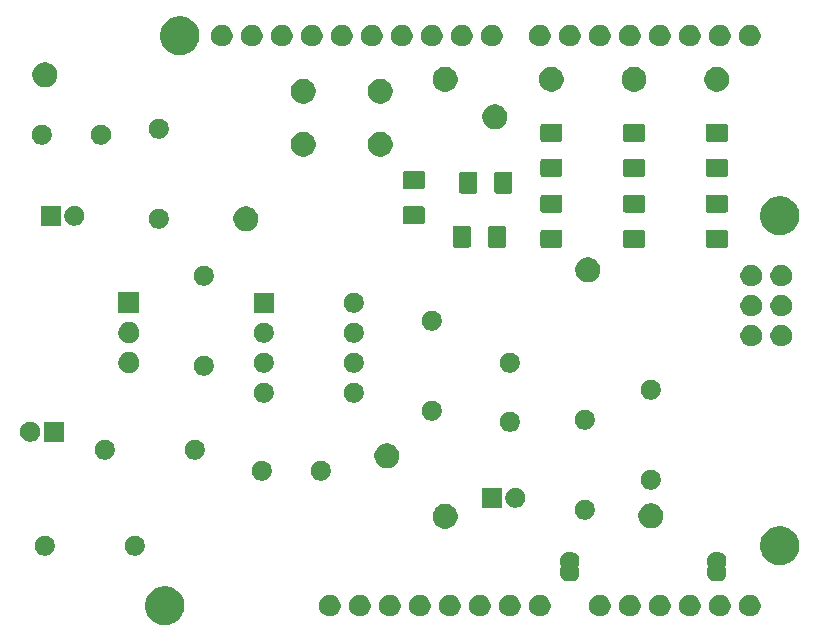
<source format=gbr>
%TF.GenerationSoftware,KiCad,Pcbnew,(5.1.5)-3*%
%TF.CreationDate,2020-05-16T01:35:25+02:00*%
%TF.ProjectId,DopplerShiftRadarModule,446f7070-6c65-4725-9368-696674526164,v1.1*%
%TF.SameCoordinates,Original*%
%TF.FileFunction,Soldermask,Top*%
%TF.FilePolarity,Negative*%
%FSLAX46Y46*%
G04 Gerber Fmt 4.6, Leading zero omitted, Abs format (unit mm)*
G04 Created by KiCad (PCBNEW (5.1.5)-3) date 2020-05-16 01:35:25*
%MOMM*%
%LPD*%
G04 APERTURE LIST*
%ADD10C,0.100000*%
G04 APERTURE END LIST*
D10*
G36*
X96641256Y-128947298D02*
G01*
X96747579Y-128968447D01*
X97048042Y-129092903D01*
X97318451Y-129273585D01*
X97548415Y-129503549D01*
X97729097Y-129773958D01*
X97729098Y-129773960D01*
X97853553Y-130074422D01*
X97917000Y-130393389D01*
X97917000Y-130718611D01*
X97853553Y-131037578D01*
X97758766Y-131266416D01*
X97729097Y-131338042D01*
X97548415Y-131608451D01*
X97318451Y-131838415D01*
X97048042Y-132019097D01*
X96747579Y-132143553D01*
X96641256Y-132164702D01*
X96428611Y-132207000D01*
X96103389Y-132207000D01*
X95890744Y-132164702D01*
X95784421Y-132143553D01*
X95483958Y-132019097D01*
X95213549Y-131838415D01*
X94983585Y-131608451D01*
X94802903Y-131338042D01*
X94773235Y-131266416D01*
X94678447Y-131037578D01*
X94615000Y-130718611D01*
X94615000Y-130393389D01*
X94678447Y-130074422D01*
X94802902Y-129773960D01*
X94802903Y-129773958D01*
X94983585Y-129503549D01*
X95213549Y-129273585D01*
X95483958Y-129092903D01*
X95784421Y-128968447D01*
X95890744Y-128947298D01*
X96103389Y-128905000D01*
X96428611Y-128905000D01*
X96641256Y-128947298D01*
G37*
G36*
X146062778Y-129676547D02*
G01*
X146229224Y-129745491D01*
X146379022Y-129845583D01*
X146506417Y-129972978D01*
X146606509Y-130122776D01*
X146675453Y-130289222D01*
X146710600Y-130465918D01*
X146710600Y-130646082D01*
X146675453Y-130822778D01*
X146606509Y-130989224D01*
X146506417Y-131139022D01*
X146379022Y-131266417D01*
X146229224Y-131366509D01*
X146062778Y-131435453D01*
X145886082Y-131470600D01*
X145705918Y-131470600D01*
X145529222Y-131435453D01*
X145362776Y-131366509D01*
X145212978Y-131266417D01*
X145085583Y-131139022D01*
X144985491Y-130989224D01*
X144916547Y-130822778D01*
X144881400Y-130646082D01*
X144881400Y-130465918D01*
X144916547Y-130289222D01*
X144985491Y-130122776D01*
X145085583Y-129972978D01*
X145212978Y-129845583D01*
X145362776Y-129745491D01*
X145529222Y-129676547D01*
X145705918Y-129641400D01*
X145886082Y-129641400D01*
X146062778Y-129676547D01*
G37*
G36*
X133362778Y-129676547D02*
G01*
X133529224Y-129745491D01*
X133679022Y-129845583D01*
X133806417Y-129972978D01*
X133906509Y-130122776D01*
X133975453Y-130289222D01*
X134010600Y-130465918D01*
X134010600Y-130646082D01*
X133975453Y-130822778D01*
X133906509Y-130989224D01*
X133806417Y-131139022D01*
X133679022Y-131266417D01*
X133529224Y-131366509D01*
X133362778Y-131435453D01*
X133186082Y-131470600D01*
X133005918Y-131470600D01*
X132829222Y-131435453D01*
X132662776Y-131366509D01*
X132512978Y-131266417D01*
X132385583Y-131139022D01*
X132285491Y-130989224D01*
X132216547Y-130822778D01*
X132181400Y-130646082D01*
X132181400Y-130465918D01*
X132216547Y-130289222D01*
X132285491Y-130122776D01*
X132385583Y-129972978D01*
X132512978Y-129845583D01*
X132662776Y-129745491D01*
X132829222Y-129676547D01*
X133005918Y-129641400D01*
X133186082Y-129641400D01*
X133362778Y-129676547D01*
G37*
G36*
X128282778Y-129676547D02*
G01*
X128449224Y-129745491D01*
X128599022Y-129845583D01*
X128726417Y-129972978D01*
X128826509Y-130122776D01*
X128895453Y-130289222D01*
X128930600Y-130465918D01*
X128930600Y-130646082D01*
X128895453Y-130822778D01*
X128826509Y-130989224D01*
X128726417Y-131139022D01*
X128599022Y-131266417D01*
X128449224Y-131366509D01*
X128282778Y-131435453D01*
X128106082Y-131470600D01*
X127925918Y-131470600D01*
X127749222Y-131435453D01*
X127582776Y-131366509D01*
X127432978Y-131266417D01*
X127305583Y-131139022D01*
X127205491Y-130989224D01*
X127136547Y-130822778D01*
X127101400Y-130646082D01*
X127101400Y-130465918D01*
X127136547Y-130289222D01*
X127205491Y-130122776D01*
X127305583Y-129972978D01*
X127432978Y-129845583D01*
X127582776Y-129745491D01*
X127749222Y-129676547D01*
X127925918Y-129641400D01*
X128106082Y-129641400D01*
X128282778Y-129676547D01*
G37*
G36*
X125742778Y-129676547D02*
G01*
X125909224Y-129745491D01*
X126059022Y-129845583D01*
X126186417Y-129972978D01*
X126286509Y-130122776D01*
X126355453Y-130289222D01*
X126390600Y-130465918D01*
X126390600Y-130646082D01*
X126355453Y-130822778D01*
X126286509Y-130989224D01*
X126186417Y-131139022D01*
X126059022Y-131266417D01*
X125909224Y-131366509D01*
X125742778Y-131435453D01*
X125566082Y-131470600D01*
X125385918Y-131470600D01*
X125209222Y-131435453D01*
X125042776Y-131366509D01*
X124892978Y-131266417D01*
X124765583Y-131139022D01*
X124665491Y-130989224D01*
X124596547Y-130822778D01*
X124561400Y-130646082D01*
X124561400Y-130465918D01*
X124596547Y-130289222D01*
X124665491Y-130122776D01*
X124765583Y-129972978D01*
X124892978Y-129845583D01*
X125042776Y-129745491D01*
X125209222Y-129676547D01*
X125385918Y-129641400D01*
X125566082Y-129641400D01*
X125742778Y-129676547D01*
G37*
G36*
X123202778Y-129676547D02*
G01*
X123369224Y-129745491D01*
X123519022Y-129845583D01*
X123646417Y-129972978D01*
X123746509Y-130122776D01*
X123815453Y-130289222D01*
X123850600Y-130465918D01*
X123850600Y-130646082D01*
X123815453Y-130822778D01*
X123746509Y-130989224D01*
X123646417Y-131139022D01*
X123519022Y-131266417D01*
X123369224Y-131366509D01*
X123202778Y-131435453D01*
X123026082Y-131470600D01*
X122845918Y-131470600D01*
X122669222Y-131435453D01*
X122502776Y-131366509D01*
X122352978Y-131266417D01*
X122225583Y-131139022D01*
X122125491Y-130989224D01*
X122056547Y-130822778D01*
X122021400Y-130646082D01*
X122021400Y-130465918D01*
X122056547Y-130289222D01*
X122125491Y-130122776D01*
X122225583Y-129972978D01*
X122352978Y-129845583D01*
X122502776Y-129745491D01*
X122669222Y-129676547D01*
X122845918Y-129641400D01*
X123026082Y-129641400D01*
X123202778Y-129676547D01*
G37*
G36*
X120662778Y-129676547D02*
G01*
X120829224Y-129745491D01*
X120979022Y-129845583D01*
X121106417Y-129972978D01*
X121206509Y-130122776D01*
X121275453Y-130289222D01*
X121310600Y-130465918D01*
X121310600Y-130646082D01*
X121275453Y-130822778D01*
X121206509Y-130989224D01*
X121106417Y-131139022D01*
X120979022Y-131266417D01*
X120829224Y-131366509D01*
X120662778Y-131435453D01*
X120486082Y-131470600D01*
X120305918Y-131470600D01*
X120129222Y-131435453D01*
X119962776Y-131366509D01*
X119812978Y-131266417D01*
X119685583Y-131139022D01*
X119585491Y-130989224D01*
X119516547Y-130822778D01*
X119481400Y-130646082D01*
X119481400Y-130465918D01*
X119516547Y-130289222D01*
X119585491Y-130122776D01*
X119685583Y-129972978D01*
X119812978Y-129845583D01*
X119962776Y-129745491D01*
X120129222Y-129676547D01*
X120305918Y-129641400D01*
X120486082Y-129641400D01*
X120662778Y-129676547D01*
G37*
G36*
X118122778Y-129676547D02*
G01*
X118289224Y-129745491D01*
X118439022Y-129845583D01*
X118566417Y-129972978D01*
X118666509Y-130122776D01*
X118735453Y-130289222D01*
X118770600Y-130465918D01*
X118770600Y-130646082D01*
X118735453Y-130822778D01*
X118666509Y-130989224D01*
X118566417Y-131139022D01*
X118439022Y-131266417D01*
X118289224Y-131366509D01*
X118122778Y-131435453D01*
X117946082Y-131470600D01*
X117765918Y-131470600D01*
X117589222Y-131435453D01*
X117422776Y-131366509D01*
X117272978Y-131266417D01*
X117145583Y-131139022D01*
X117045491Y-130989224D01*
X116976547Y-130822778D01*
X116941400Y-130646082D01*
X116941400Y-130465918D01*
X116976547Y-130289222D01*
X117045491Y-130122776D01*
X117145583Y-129972978D01*
X117272978Y-129845583D01*
X117422776Y-129745491D01*
X117589222Y-129676547D01*
X117765918Y-129641400D01*
X117946082Y-129641400D01*
X118122778Y-129676547D01*
G37*
G36*
X113042778Y-129676547D02*
G01*
X113209224Y-129745491D01*
X113359022Y-129845583D01*
X113486417Y-129972978D01*
X113586509Y-130122776D01*
X113655453Y-130289222D01*
X113690600Y-130465918D01*
X113690600Y-130646082D01*
X113655453Y-130822778D01*
X113586509Y-130989224D01*
X113486417Y-131139022D01*
X113359022Y-131266417D01*
X113209224Y-131366509D01*
X113042778Y-131435453D01*
X112866082Y-131470600D01*
X112685918Y-131470600D01*
X112509222Y-131435453D01*
X112342776Y-131366509D01*
X112192978Y-131266417D01*
X112065583Y-131139022D01*
X111965491Y-130989224D01*
X111896547Y-130822778D01*
X111861400Y-130646082D01*
X111861400Y-130465918D01*
X111896547Y-130289222D01*
X111965491Y-130122776D01*
X112065583Y-129972978D01*
X112192978Y-129845583D01*
X112342776Y-129745491D01*
X112509222Y-129676547D01*
X112685918Y-129641400D01*
X112866082Y-129641400D01*
X113042778Y-129676547D01*
G37*
G36*
X115582778Y-129676547D02*
G01*
X115749224Y-129745491D01*
X115899022Y-129845583D01*
X116026417Y-129972978D01*
X116126509Y-130122776D01*
X116195453Y-130289222D01*
X116230600Y-130465918D01*
X116230600Y-130646082D01*
X116195453Y-130822778D01*
X116126509Y-130989224D01*
X116026417Y-131139022D01*
X115899022Y-131266417D01*
X115749224Y-131366509D01*
X115582778Y-131435453D01*
X115406082Y-131470600D01*
X115225918Y-131470600D01*
X115049222Y-131435453D01*
X114882776Y-131366509D01*
X114732978Y-131266417D01*
X114605583Y-131139022D01*
X114505491Y-130989224D01*
X114436547Y-130822778D01*
X114401400Y-130646082D01*
X114401400Y-130465918D01*
X114436547Y-130289222D01*
X114505491Y-130122776D01*
X114605583Y-129972978D01*
X114732978Y-129845583D01*
X114882776Y-129745491D01*
X115049222Y-129676547D01*
X115225918Y-129641400D01*
X115406082Y-129641400D01*
X115582778Y-129676547D01*
G37*
G36*
X143522778Y-129676547D02*
G01*
X143689224Y-129745491D01*
X143839022Y-129845583D01*
X143966417Y-129972978D01*
X144066509Y-130122776D01*
X144135453Y-130289222D01*
X144170600Y-130465918D01*
X144170600Y-130646082D01*
X144135453Y-130822778D01*
X144066509Y-130989224D01*
X143966417Y-131139022D01*
X143839022Y-131266417D01*
X143689224Y-131366509D01*
X143522778Y-131435453D01*
X143346082Y-131470600D01*
X143165918Y-131470600D01*
X142989222Y-131435453D01*
X142822776Y-131366509D01*
X142672978Y-131266417D01*
X142545583Y-131139022D01*
X142445491Y-130989224D01*
X142376547Y-130822778D01*
X142341400Y-130646082D01*
X142341400Y-130465918D01*
X142376547Y-130289222D01*
X142445491Y-130122776D01*
X142545583Y-129972978D01*
X142672978Y-129845583D01*
X142822776Y-129745491D01*
X142989222Y-129676547D01*
X143165918Y-129641400D01*
X143346082Y-129641400D01*
X143522778Y-129676547D01*
G37*
G36*
X140982778Y-129676547D02*
G01*
X141149224Y-129745491D01*
X141299022Y-129845583D01*
X141426417Y-129972978D01*
X141526509Y-130122776D01*
X141595453Y-130289222D01*
X141630600Y-130465918D01*
X141630600Y-130646082D01*
X141595453Y-130822778D01*
X141526509Y-130989224D01*
X141426417Y-131139022D01*
X141299022Y-131266417D01*
X141149224Y-131366509D01*
X140982778Y-131435453D01*
X140806082Y-131470600D01*
X140625918Y-131470600D01*
X140449222Y-131435453D01*
X140282776Y-131366509D01*
X140132978Y-131266417D01*
X140005583Y-131139022D01*
X139905491Y-130989224D01*
X139836547Y-130822778D01*
X139801400Y-130646082D01*
X139801400Y-130465918D01*
X139836547Y-130289222D01*
X139905491Y-130122776D01*
X140005583Y-129972978D01*
X140132978Y-129845583D01*
X140282776Y-129745491D01*
X140449222Y-129676547D01*
X140625918Y-129641400D01*
X140806082Y-129641400D01*
X140982778Y-129676547D01*
G37*
G36*
X135902778Y-129676547D02*
G01*
X136069224Y-129745491D01*
X136219022Y-129845583D01*
X136346417Y-129972978D01*
X136446509Y-130122776D01*
X136515453Y-130289222D01*
X136550600Y-130465918D01*
X136550600Y-130646082D01*
X136515453Y-130822778D01*
X136446509Y-130989224D01*
X136346417Y-131139022D01*
X136219022Y-131266417D01*
X136069224Y-131366509D01*
X135902778Y-131435453D01*
X135726082Y-131470600D01*
X135545918Y-131470600D01*
X135369222Y-131435453D01*
X135202776Y-131366509D01*
X135052978Y-131266417D01*
X134925583Y-131139022D01*
X134825491Y-130989224D01*
X134756547Y-130822778D01*
X134721400Y-130646082D01*
X134721400Y-130465918D01*
X134756547Y-130289222D01*
X134825491Y-130122776D01*
X134925583Y-129972978D01*
X135052978Y-129845583D01*
X135202776Y-129745491D01*
X135369222Y-129676547D01*
X135545918Y-129641400D01*
X135726082Y-129641400D01*
X135902778Y-129676547D01*
G37*
G36*
X110502778Y-129676547D02*
G01*
X110669224Y-129745491D01*
X110819022Y-129845583D01*
X110946417Y-129972978D01*
X111046509Y-130122776D01*
X111115453Y-130289222D01*
X111150600Y-130465918D01*
X111150600Y-130646082D01*
X111115453Y-130822778D01*
X111046509Y-130989224D01*
X110946417Y-131139022D01*
X110819022Y-131266417D01*
X110669224Y-131366509D01*
X110502778Y-131435453D01*
X110326082Y-131470600D01*
X110145918Y-131470600D01*
X109969222Y-131435453D01*
X109802776Y-131366509D01*
X109652978Y-131266417D01*
X109525583Y-131139022D01*
X109425491Y-130989224D01*
X109356547Y-130822778D01*
X109321400Y-130646082D01*
X109321400Y-130465918D01*
X109356547Y-130289222D01*
X109425491Y-130122776D01*
X109525583Y-129972978D01*
X109652978Y-129845583D01*
X109802776Y-129745491D01*
X109969222Y-129676547D01*
X110145918Y-129641400D01*
X110326082Y-129641400D01*
X110502778Y-129676547D01*
G37*
G36*
X138442778Y-129676547D02*
G01*
X138609224Y-129745491D01*
X138759022Y-129845583D01*
X138886417Y-129972978D01*
X138986509Y-130122776D01*
X139055453Y-130289222D01*
X139090600Y-130465918D01*
X139090600Y-130646082D01*
X139055453Y-130822778D01*
X138986509Y-130989224D01*
X138886417Y-131139022D01*
X138759022Y-131266417D01*
X138609224Y-131366509D01*
X138442778Y-131435453D01*
X138266082Y-131470600D01*
X138085918Y-131470600D01*
X137909222Y-131435453D01*
X137742776Y-131366509D01*
X137592978Y-131266417D01*
X137465583Y-131139022D01*
X137365491Y-130989224D01*
X137296547Y-130822778D01*
X137261400Y-130646082D01*
X137261400Y-130465918D01*
X137296547Y-130289222D01*
X137365491Y-130122776D01*
X137465583Y-129972978D01*
X137592978Y-129845583D01*
X137742776Y-129745491D01*
X137909222Y-129676547D01*
X138085918Y-129641400D01*
X138266082Y-129641400D01*
X138442778Y-129676547D01*
G37*
G36*
X130818199Y-126053954D02*
G01*
X130830450Y-126054556D01*
X130848869Y-126054556D01*
X130871149Y-126056750D01*
X130955233Y-126073476D01*
X130976660Y-126079976D01*
X131055858Y-126112780D01*
X131061303Y-126115691D01*
X131061309Y-126115693D01*
X131070169Y-126120429D01*
X131070173Y-126120432D01*
X131075614Y-126123340D01*
X131146899Y-126170971D01*
X131164204Y-126185172D01*
X131224828Y-126245796D01*
X131239029Y-126263101D01*
X131286660Y-126334386D01*
X131289568Y-126339827D01*
X131289571Y-126339831D01*
X131294307Y-126348691D01*
X131294309Y-126348697D01*
X131297220Y-126354142D01*
X131330024Y-126433340D01*
X131336524Y-126454767D01*
X131353250Y-126538851D01*
X131355444Y-126561131D01*
X131355444Y-126579550D01*
X131356046Y-126591801D01*
X131357852Y-126610139D01*
X131357852Y-127097860D01*
X131356263Y-127113999D01*
X131353348Y-127123608D01*
X131348610Y-127132472D01*
X131342237Y-127140237D01*
X131329794Y-127150448D01*
X131319425Y-127157378D01*
X131302098Y-127174705D01*
X131288485Y-127195080D01*
X131279109Y-127217720D01*
X131274329Y-127241753D01*
X131274330Y-127266257D01*
X131279112Y-127290290D01*
X131288490Y-127312929D01*
X131302105Y-127333302D01*
X131319432Y-127350629D01*
X131329802Y-127357558D01*
X131342237Y-127367763D01*
X131348610Y-127375528D01*
X131353348Y-127384392D01*
X131356263Y-127394001D01*
X131357852Y-127410140D01*
X131357852Y-127897862D01*
X131356046Y-127916199D01*
X131355444Y-127928450D01*
X131355444Y-127946869D01*
X131353250Y-127969149D01*
X131336524Y-128053233D01*
X131330024Y-128074660D01*
X131297220Y-128153858D01*
X131294309Y-128159303D01*
X131294307Y-128159309D01*
X131289571Y-128168169D01*
X131289568Y-128168173D01*
X131286660Y-128173614D01*
X131239029Y-128244899D01*
X131224828Y-128262204D01*
X131164204Y-128322828D01*
X131146899Y-128337029D01*
X131075614Y-128384660D01*
X131070173Y-128387568D01*
X131070169Y-128387571D01*
X131061309Y-128392307D01*
X131061303Y-128392309D01*
X131055858Y-128395220D01*
X130976660Y-128428024D01*
X130955233Y-128434524D01*
X130871149Y-128451250D01*
X130848869Y-128453444D01*
X130830450Y-128453444D01*
X130818199Y-128454046D01*
X130799862Y-128455852D01*
X130312138Y-128455852D01*
X130293801Y-128454046D01*
X130281550Y-128453444D01*
X130263131Y-128453444D01*
X130240851Y-128451250D01*
X130156767Y-128434524D01*
X130135340Y-128428024D01*
X130056142Y-128395220D01*
X130050697Y-128392309D01*
X130050691Y-128392307D01*
X130041831Y-128387571D01*
X130041827Y-128387568D01*
X130036386Y-128384660D01*
X129965101Y-128337029D01*
X129947796Y-128322828D01*
X129887172Y-128262204D01*
X129872971Y-128244899D01*
X129825340Y-128173614D01*
X129822432Y-128168173D01*
X129822429Y-128168169D01*
X129817693Y-128159309D01*
X129817691Y-128159303D01*
X129814780Y-128153858D01*
X129781976Y-128074660D01*
X129775476Y-128053233D01*
X129758750Y-127969149D01*
X129756556Y-127946869D01*
X129756556Y-127928450D01*
X129755954Y-127916199D01*
X129754148Y-127897862D01*
X129754148Y-127410140D01*
X129755737Y-127394001D01*
X129758652Y-127384392D01*
X129763390Y-127375528D01*
X129769763Y-127367763D01*
X129782206Y-127357552D01*
X129792575Y-127350622D01*
X129809902Y-127333295D01*
X129823515Y-127312920D01*
X129832891Y-127290280D01*
X129837671Y-127266247D01*
X129837670Y-127241743D01*
X129832888Y-127217710D01*
X129823510Y-127195071D01*
X129809895Y-127174698D01*
X129792568Y-127157371D01*
X129782198Y-127150442D01*
X129769763Y-127140237D01*
X129763390Y-127132472D01*
X129758652Y-127123608D01*
X129755737Y-127113999D01*
X129754148Y-127097860D01*
X129754148Y-126610139D01*
X129755954Y-126591801D01*
X129756556Y-126579550D01*
X129756556Y-126561131D01*
X129758750Y-126538851D01*
X129775476Y-126454767D01*
X129781976Y-126433340D01*
X129814780Y-126354142D01*
X129817691Y-126348697D01*
X129817693Y-126348691D01*
X129822429Y-126339831D01*
X129822432Y-126339827D01*
X129825340Y-126334386D01*
X129872971Y-126263101D01*
X129887172Y-126245796D01*
X129947796Y-126185172D01*
X129965101Y-126170971D01*
X130036386Y-126123340D01*
X130041827Y-126120432D01*
X130041831Y-126120429D01*
X130050691Y-126115693D01*
X130050697Y-126115691D01*
X130056142Y-126112780D01*
X130135340Y-126079976D01*
X130156767Y-126073476D01*
X130240851Y-126056750D01*
X130263131Y-126054556D01*
X130281550Y-126054556D01*
X130293801Y-126053954D01*
X130312139Y-126052148D01*
X130799861Y-126052148D01*
X130818199Y-126053954D01*
G37*
G36*
X143264199Y-126053954D02*
G01*
X143276450Y-126054556D01*
X143294869Y-126054556D01*
X143317149Y-126056750D01*
X143401233Y-126073476D01*
X143422660Y-126079976D01*
X143501858Y-126112780D01*
X143507303Y-126115691D01*
X143507309Y-126115693D01*
X143516169Y-126120429D01*
X143516173Y-126120432D01*
X143521614Y-126123340D01*
X143592899Y-126170971D01*
X143610204Y-126185172D01*
X143670828Y-126245796D01*
X143685029Y-126263101D01*
X143732660Y-126334386D01*
X143735568Y-126339827D01*
X143735571Y-126339831D01*
X143740307Y-126348691D01*
X143740309Y-126348697D01*
X143743220Y-126354142D01*
X143776024Y-126433340D01*
X143782524Y-126454767D01*
X143799250Y-126538851D01*
X143801444Y-126561131D01*
X143801444Y-126579550D01*
X143802046Y-126591801D01*
X143803852Y-126610139D01*
X143803852Y-127097860D01*
X143802263Y-127113999D01*
X143799348Y-127123608D01*
X143794610Y-127132472D01*
X143788237Y-127140237D01*
X143775794Y-127150448D01*
X143765425Y-127157378D01*
X143748098Y-127174705D01*
X143734485Y-127195080D01*
X143725109Y-127217720D01*
X143720329Y-127241753D01*
X143720330Y-127266257D01*
X143725112Y-127290290D01*
X143734490Y-127312929D01*
X143748105Y-127333302D01*
X143765432Y-127350629D01*
X143775802Y-127357558D01*
X143788237Y-127367763D01*
X143794610Y-127375528D01*
X143799348Y-127384392D01*
X143802263Y-127394001D01*
X143803852Y-127410140D01*
X143803852Y-127897862D01*
X143802046Y-127916199D01*
X143801444Y-127928450D01*
X143801444Y-127946869D01*
X143799250Y-127969149D01*
X143782524Y-128053233D01*
X143776024Y-128074660D01*
X143743220Y-128153858D01*
X143740309Y-128159303D01*
X143740307Y-128159309D01*
X143735571Y-128168169D01*
X143735568Y-128168173D01*
X143732660Y-128173614D01*
X143685029Y-128244899D01*
X143670828Y-128262204D01*
X143610204Y-128322828D01*
X143592899Y-128337029D01*
X143521614Y-128384660D01*
X143516173Y-128387568D01*
X143516169Y-128387571D01*
X143507309Y-128392307D01*
X143507303Y-128392309D01*
X143501858Y-128395220D01*
X143422660Y-128428024D01*
X143401233Y-128434524D01*
X143317149Y-128451250D01*
X143294869Y-128453444D01*
X143276450Y-128453444D01*
X143264199Y-128454046D01*
X143245862Y-128455852D01*
X142758138Y-128455852D01*
X142739801Y-128454046D01*
X142727550Y-128453444D01*
X142709131Y-128453444D01*
X142686851Y-128451250D01*
X142602767Y-128434524D01*
X142581340Y-128428024D01*
X142502142Y-128395220D01*
X142496697Y-128392309D01*
X142496691Y-128392307D01*
X142487831Y-128387571D01*
X142487827Y-128387568D01*
X142482386Y-128384660D01*
X142411101Y-128337029D01*
X142393796Y-128322828D01*
X142333172Y-128262204D01*
X142318971Y-128244899D01*
X142271340Y-128173614D01*
X142268432Y-128168173D01*
X142268429Y-128168169D01*
X142263693Y-128159309D01*
X142263691Y-128159303D01*
X142260780Y-128153858D01*
X142227976Y-128074660D01*
X142221476Y-128053233D01*
X142204750Y-127969149D01*
X142202556Y-127946869D01*
X142202556Y-127928450D01*
X142201954Y-127916199D01*
X142200148Y-127897862D01*
X142200148Y-127410140D01*
X142201737Y-127394001D01*
X142204652Y-127384392D01*
X142209390Y-127375528D01*
X142215763Y-127367763D01*
X142228206Y-127357552D01*
X142238575Y-127350622D01*
X142255902Y-127333295D01*
X142269515Y-127312920D01*
X142278891Y-127290280D01*
X142283671Y-127266247D01*
X142283670Y-127241743D01*
X142278888Y-127217710D01*
X142269510Y-127195071D01*
X142255895Y-127174698D01*
X142238568Y-127157371D01*
X142228198Y-127150442D01*
X142215763Y-127140237D01*
X142209390Y-127132472D01*
X142204652Y-127123608D01*
X142201737Y-127113999D01*
X142200148Y-127097860D01*
X142200148Y-126610139D01*
X142201954Y-126591801D01*
X142202556Y-126579550D01*
X142202556Y-126561131D01*
X142204750Y-126538851D01*
X142221476Y-126454767D01*
X142227976Y-126433340D01*
X142260780Y-126354142D01*
X142263691Y-126348697D01*
X142263693Y-126348691D01*
X142268429Y-126339831D01*
X142268432Y-126339827D01*
X142271340Y-126334386D01*
X142318971Y-126263101D01*
X142333172Y-126245796D01*
X142393796Y-126185172D01*
X142411101Y-126170971D01*
X142482386Y-126123340D01*
X142487827Y-126120432D01*
X142487831Y-126120429D01*
X142496691Y-126115693D01*
X142496697Y-126115691D01*
X142502142Y-126112780D01*
X142581340Y-126079976D01*
X142602767Y-126073476D01*
X142686851Y-126056750D01*
X142709131Y-126054556D01*
X142727550Y-126054556D01*
X142739801Y-126053954D01*
X142758139Y-126052148D01*
X143245861Y-126052148D01*
X143264199Y-126053954D01*
G37*
G36*
X148711256Y-123867298D02*
G01*
X148817579Y-123888447D01*
X148957999Y-123946611D01*
X149112507Y-124010610D01*
X149118042Y-124012903D01*
X149388451Y-124193585D01*
X149618415Y-124423549D01*
X149799097Y-124693958D01*
X149898327Y-124933519D01*
X149923553Y-124994422D01*
X149987000Y-125313389D01*
X149987000Y-125638611D01*
X149969969Y-125724229D01*
X149923553Y-125957579D01*
X149858060Y-126115693D01*
X149804170Y-126245796D01*
X149799097Y-126258042D01*
X149618415Y-126528451D01*
X149388451Y-126758415D01*
X149118042Y-126939097D01*
X148817579Y-127063553D01*
X148711256Y-127084702D01*
X148498611Y-127127000D01*
X148173389Y-127127000D01*
X147960744Y-127084702D01*
X147854421Y-127063553D01*
X147553958Y-126939097D01*
X147283549Y-126758415D01*
X147053585Y-126528451D01*
X146872903Y-126258042D01*
X146867831Y-126245796D01*
X146813940Y-126115693D01*
X146748447Y-125957579D01*
X146702031Y-125724229D01*
X146685000Y-125638611D01*
X146685000Y-125313389D01*
X146748447Y-124994422D01*
X146773674Y-124933519D01*
X146872903Y-124693958D01*
X147053585Y-124423549D01*
X147283549Y-124193585D01*
X147553958Y-124012903D01*
X147559494Y-124010610D01*
X147714001Y-123946611D01*
X147854421Y-123888447D01*
X147960744Y-123867298D01*
X148173389Y-123825000D01*
X148498611Y-123825000D01*
X148711256Y-123867298D01*
G37*
G36*
X93974228Y-124657703D02*
G01*
X94129100Y-124721853D01*
X94268481Y-124814985D01*
X94387015Y-124933519D01*
X94480147Y-125072900D01*
X94544297Y-125227772D01*
X94577000Y-125392184D01*
X94577000Y-125559816D01*
X94544297Y-125724228D01*
X94480147Y-125879100D01*
X94387015Y-126018481D01*
X94268481Y-126137015D01*
X94129100Y-126230147D01*
X93974228Y-126294297D01*
X93809816Y-126327000D01*
X93642184Y-126327000D01*
X93477772Y-126294297D01*
X93322900Y-126230147D01*
X93183519Y-126137015D01*
X93064985Y-126018481D01*
X92971853Y-125879100D01*
X92907703Y-125724228D01*
X92875000Y-125559816D01*
X92875000Y-125392184D01*
X92907703Y-125227772D01*
X92971853Y-125072900D01*
X93064985Y-124933519D01*
X93183519Y-124814985D01*
X93322900Y-124721853D01*
X93477772Y-124657703D01*
X93642184Y-124625000D01*
X93809816Y-124625000D01*
X93974228Y-124657703D01*
G37*
G36*
X86354228Y-124657703D02*
G01*
X86509100Y-124721853D01*
X86648481Y-124814985D01*
X86767015Y-124933519D01*
X86860147Y-125072900D01*
X86924297Y-125227772D01*
X86957000Y-125392184D01*
X86957000Y-125559816D01*
X86924297Y-125724228D01*
X86860147Y-125879100D01*
X86767015Y-126018481D01*
X86648481Y-126137015D01*
X86509100Y-126230147D01*
X86354228Y-126294297D01*
X86189816Y-126327000D01*
X86022184Y-126327000D01*
X85857772Y-126294297D01*
X85702900Y-126230147D01*
X85563519Y-126137015D01*
X85444985Y-126018481D01*
X85351853Y-125879100D01*
X85287703Y-125724228D01*
X85255000Y-125559816D01*
X85255000Y-125392184D01*
X85287703Y-125227772D01*
X85351853Y-125072900D01*
X85444985Y-124933519D01*
X85563519Y-124814985D01*
X85702900Y-124721853D01*
X85857772Y-124657703D01*
X86022184Y-124625000D01*
X86189816Y-124625000D01*
X86354228Y-124657703D01*
G37*
G36*
X120306564Y-121989389D02*
G01*
X120497833Y-122068615D01*
X120497835Y-122068616D01*
X120669973Y-122183635D01*
X120816365Y-122330027D01*
X120888621Y-122438165D01*
X120931385Y-122502167D01*
X121010611Y-122693436D01*
X121051000Y-122896484D01*
X121051000Y-123103516D01*
X121010611Y-123306564D01*
X120931385Y-123497833D01*
X120931384Y-123497835D01*
X120816365Y-123669973D01*
X120669973Y-123816365D01*
X120497835Y-123931384D01*
X120497834Y-123931385D01*
X120497833Y-123931385D01*
X120306564Y-124010611D01*
X120103516Y-124051000D01*
X119896484Y-124051000D01*
X119693436Y-124010611D01*
X119502167Y-123931385D01*
X119502166Y-123931385D01*
X119502165Y-123931384D01*
X119330027Y-123816365D01*
X119183635Y-123669973D01*
X119068616Y-123497835D01*
X119068615Y-123497833D01*
X118989389Y-123306564D01*
X118949000Y-123103516D01*
X118949000Y-122896484D01*
X118989389Y-122693436D01*
X119068615Y-122502167D01*
X119111380Y-122438165D01*
X119183635Y-122330027D01*
X119330027Y-122183635D01*
X119502165Y-122068616D01*
X119502167Y-122068615D01*
X119693436Y-121989389D01*
X119896484Y-121949000D01*
X120103516Y-121949000D01*
X120306564Y-121989389D01*
G37*
G36*
X137720564Y-121925389D02*
G01*
X137875076Y-121989390D01*
X137911835Y-122004616D01*
X138083973Y-122119635D01*
X138230365Y-122266027D01*
X138282589Y-122344185D01*
X138345385Y-122438167D01*
X138424611Y-122629436D01*
X138465000Y-122832484D01*
X138465000Y-123039516D01*
X138424611Y-123242564D01*
X138398101Y-123306564D01*
X138345384Y-123433835D01*
X138230365Y-123605973D01*
X138083973Y-123752365D01*
X137911835Y-123867384D01*
X137911834Y-123867385D01*
X137911833Y-123867385D01*
X137720564Y-123946611D01*
X137517516Y-123987000D01*
X137310484Y-123987000D01*
X137107436Y-123946611D01*
X136916167Y-123867385D01*
X136916166Y-123867385D01*
X136916165Y-123867384D01*
X136744027Y-123752365D01*
X136597635Y-123605973D01*
X136482616Y-123433835D01*
X136429899Y-123306564D01*
X136403389Y-123242564D01*
X136363000Y-123039516D01*
X136363000Y-122832484D01*
X136403389Y-122629436D01*
X136482615Y-122438167D01*
X136545412Y-122344185D01*
X136597635Y-122266027D01*
X136744027Y-122119635D01*
X136916165Y-122004616D01*
X136952924Y-121989390D01*
X137107436Y-121925389D01*
X137310484Y-121885000D01*
X137517516Y-121885000D01*
X137720564Y-121925389D01*
G37*
G36*
X132074228Y-121609703D02*
G01*
X132229100Y-121673853D01*
X132368481Y-121766985D01*
X132487015Y-121885519D01*
X132580147Y-122024900D01*
X132644297Y-122179772D01*
X132677000Y-122344184D01*
X132677000Y-122511816D01*
X132644297Y-122676228D01*
X132580147Y-122831100D01*
X132487015Y-122970481D01*
X132368481Y-123089015D01*
X132229100Y-123182147D01*
X132074228Y-123246297D01*
X131909816Y-123279000D01*
X131742184Y-123279000D01*
X131577772Y-123246297D01*
X131422900Y-123182147D01*
X131283519Y-123089015D01*
X131164985Y-122970481D01*
X131071853Y-122831100D01*
X131007703Y-122676228D01*
X130975000Y-122511816D01*
X130975000Y-122344184D01*
X131007703Y-122179772D01*
X131071853Y-122024900D01*
X131164985Y-121885519D01*
X131283519Y-121766985D01*
X131422900Y-121673853D01*
X131577772Y-121609703D01*
X131742184Y-121577000D01*
X131909816Y-121577000D01*
X132074228Y-121609703D01*
G37*
G36*
X126200228Y-120593703D02*
G01*
X126355100Y-120657853D01*
X126494481Y-120750985D01*
X126613015Y-120869519D01*
X126706147Y-121008900D01*
X126770297Y-121163772D01*
X126803000Y-121328184D01*
X126803000Y-121495816D01*
X126770297Y-121660228D01*
X126706147Y-121815100D01*
X126613015Y-121954481D01*
X126494481Y-122073015D01*
X126355100Y-122166147D01*
X126200228Y-122230297D01*
X126035816Y-122263000D01*
X125868184Y-122263000D01*
X125703772Y-122230297D01*
X125548900Y-122166147D01*
X125409519Y-122073015D01*
X125290985Y-121954481D01*
X125197853Y-121815100D01*
X125133703Y-121660228D01*
X125101000Y-121495816D01*
X125101000Y-121328184D01*
X125133703Y-121163772D01*
X125197853Y-121008900D01*
X125290985Y-120869519D01*
X125409519Y-120750985D01*
X125548900Y-120657853D01*
X125703772Y-120593703D01*
X125868184Y-120561000D01*
X126035816Y-120561000D01*
X126200228Y-120593703D01*
G37*
G36*
X124803000Y-122263000D02*
G01*
X123101000Y-122263000D01*
X123101000Y-120561000D01*
X124803000Y-120561000D01*
X124803000Y-122263000D01*
G37*
G36*
X137662228Y-119069703D02*
G01*
X137817100Y-119133853D01*
X137956481Y-119226985D01*
X138075015Y-119345519D01*
X138168147Y-119484900D01*
X138232297Y-119639772D01*
X138265000Y-119804184D01*
X138265000Y-119971816D01*
X138232297Y-120136228D01*
X138168147Y-120291100D01*
X138075015Y-120430481D01*
X137956481Y-120549015D01*
X137817100Y-120642147D01*
X137662228Y-120706297D01*
X137497816Y-120739000D01*
X137330184Y-120739000D01*
X137165772Y-120706297D01*
X137010900Y-120642147D01*
X136871519Y-120549015D01*
X136752985Y-120430481D01*
X136659853Y-120291100D01*
X136595703Y-120136228D01*
X136563000Y-119971816D01*
X136563000Y-119804184D01*
X136595703Y-119639772D01*
X136659853Y-119484900D01*
X136752985Y-119345519D01*
X136871519Y-119226985D01*
X137010900Y-119133853D01*
X137165772Y-119069703D01*
X137330184Y-119037000D01*
X137497816Y-119037000D01*
X137662228Y-119069703D01*
G37*
G36*
X109722228Y-118307703D02*
G01*
X109877100Y-118371853D01*
X110016481Y-118464985D01*
X110135015Y-118583519D01*
X110228147Y-118722900D01*
X110292297Y-118877772D01*
X110325000Y-119042184D01*
X110325000Y-119209816D01*
X110292297Y-119374228D01*
X110228147Y-119529100D01*
X110135015Y-119668481D01*
X110016481Y-119787015D01*
X109877100Y-119880147D01*
X109722228Y-119944297D01*
X109557816Y-119977000D01*
X109390184Y-119977000D01*
X109225772Y-119944297D01*
X109070900Y-119880147D01*
X108931519Y-119787015D01*
X108812985Y-119668481D01*
X108719853Y-119529100D01*
X108655703Y-119374228D01*
X108623000Y-119209816D01*
X108623000Y-119042184D01*
X108655703Y-118877772D01*
X108719853Y-118722900D01*
X108812985Y-118583519D01*
X108931519Y-118464985D01*
X109070900Y-118371853D01*
X109225772Y-118307703D01*
X109390184Y-118275000D01*
X109557816Y-118275000D01*
X109722228Y-118307703D01*
G37*
G36*
X104722228Y-118307703D02*
G01*
X104877100Y-118371853D01*
X105016481Y-118464985D01*
X105135015Y-118583519D01*
X105228147Y-118722900D01*
X105292297Y-118877772D01*
X105325000Y-119042184D01*
X105325000Y-119209816D01*
X105292297Y-119374228D01*
X105228147Y-119529100D01*
X105135015Y-119668481D01*
X105016481Y-119787015D01*
X104877100Y-119880147D01*
X104722228Y-119944297D01*
X104557816Y-119977000D01*
X104390184Y-119977000D01*
X104225772Y-119944297D01*
X104070900Y-119880147D01*
X103931519Y-119787015D01*
X103812985Y-119668481D01*
X103719853Y-119529100D01*
X103655703Y-119374228D01*
X103623000Y-119209816D01*
X103623000Y-119042184D01*
X103655703Y-118877772D01*
X103719853Y-118722900D01*
X103812985Y-118583519D01*
X103931519Y-118464985D01*
X104070900Y-118371853D01*
X104225772Y-118307703D01*
X104390184Y-118275000D01*
X104557816Y-118275000D01*
X104722228Y-118307703D01*
G37*
G36*
X115368564Y-116845389D02*
G01*
X115559833Y-116924615D01*
X115559835Y-116924616D01*
X115731973Y-117039635D01*
X115878365Y-117186027D01*
X115930589Y-117264185D01*
X115993385Y-117358167D01*
X116072611Y-117549436D01*
X116113000Y-117752484D01*
X116113000Y-117959516D01*
X116072611Y-118162564D01*
X116012492Y-118307705D01*
X115993384Y-118353835D01*
X115878365Y-118525973D01*
X115731973Y-118672365D01*
X115559835Y-118787384D01*
X115559834Y-118787385D01*
X115559833Y-118787385D01*
X115368564Y-118866611D01*
X115165516Y-118907000D01*
X114958484Y-118907000D01*
X114755436Y-118866611D01*
X114564167Y-118787385D01*
X114564166Y-118787385D01*
X114564165Y-118787384D01*
X114392027Y-118672365D01*
X114245635Y-118525973D01*
X114130616Y-118353835D01*
X114111508Y-118307705D01*
X114051389Y-118162564D01*
X114011000Y-117959516D01*
X114011000Y-117752484D01*
X114051389Y-117549436D01*
X114130615Y-117358167D01*
X114193412Y-117264185D01*
X114245635Y-117186027D01*
X114392027Y-117039635D01*
X114564165Y-116924616D01*
X114564167Y-116924615D01*
X114755436Y-116845389D01*
X114958484Y-116805000D01*
X115165516Y-116805000D01*
X115368564Y-116845389D01*
G37*
G36*
X91434228Y-116529703D02*
G01*
X91589100Y-116593853D01*
X91728481Y-116686985D01*
X91847015Y-116805519D01*
X91940147Y-116944900D01*
X92004297Y-117099772D01*
X92037000Y-117264184D01*
X92037000Y-117431816D01*
X92004297Y-117596228D01*
X91940147Y-117751100D01*
X91847015Y-117890481D01*
X91728481Y-118009015D01*
X91589100Y-118102147D01*
X91434228Y-118166297D01*
X91269816Y-118199000D01*
X91102184Y-118199000D01*
X90937772Y-118166297D01*
X90782900Y-118102147D01*
X90643519Y-118009015D01*
X90524985Y-117890481D01*
X90431853Y-117751100D01*
X90367703Y-117596228D01*
X90335000Y-117431816D01*
X90335000Y-117264184D01*
X90367703Y-117099772D01*
X90431853Y-116944900D01*
X90524985Y-116805519D01*
X90643519Y-116686985D01*
X90782900Y-116593853D01*
X90937772Y-116529703D01*
X91102184Y-116497000D01*
X91269816Y-116497000D01*
X91434228Y-116529703D01*
G37*
G36*
X99054228Y-116529703D02*
G01*
X99209100Y-116593853D01*
X99348481Y-116686985D01*
X99467015Y-116805519D01*
X99560147Y-116944900D01*
X99624297Y-117099772D01*
X99657000Y-117264184D01*
X99657000Y-117431816D01*
X99624297Y-117596228D01*
X99560147Y-117751100D01*
X99467015Y-117890481D01*
X99348481Y-118009015D01*
X99209100Y-118102147D01*
X99054228Y-118166297D01*
X98889816Y-118199000D01*
X98722184Y-118199000D01*
X98557772Y-118166297D01*
X98402900Y-118102147D01*
X98263519Y-118009015D01*
X98144985Y-117890481D01*
X98051853Y-117751100D01*
X97987703Y-117596228D01*
X97955000Y-117431816D01*
X97955000Y-117264184D01*
X97987703Y-117099772D01*
X98051853Y-116944900D01*
X98144985Y-116805519D01*
X98263519Y-116686985D01*
X98402900Y-116593853D01*
X98557772Y-116529703D01*
X98722184Y-116497000D01*
X98889816Y-116497000D01*
X99054228Y-116529703D01*
G37*
G36*
X85116228Y-115005703D02*
G01*
X85271100Y-115069853D01*
X85410481Y-115162985D01*
X85529015Y-115281519D01*
X85622147Y-115420900D01*
X85686297Y-115575772D01*
X85719000Y-115740184D01*
X85719000Y-115907816D01*
X85686297Y-116072228D01*
X85622147Y-116227100D01*
X85529015Y-116366481D01*
X85410481Y-116485015D01*
X85271100Y-116578147D01*
X85116228Y-116642297D01*
X84951816Y-116675000D01*
X84784184Y-116675000D01*
X84619772Y-116642297D01*
X84464900Y-116578147D01*
X84325519Y-116485015D01*
X84206985Y-116366481D01*
X84113853Y-116227100D01*
X84049703Y-116072228D01*
X84017000Y-115907816D01*
X84017000Y-115740184D01*
X84049703Y-115575772D01*
X84113853Y-115420900D01*
X84206985Y-115281519D01*
X84325519Y-115162985D01*
X84464900Y-115069853D01*
X84619772Y-115005703D01*
X84784184Y-114973000D01*
X84951816Y-114973000D01*
X85116228Y-115005703D01*
G37*
G36*
X87719000Y-116675000D02*
G01*
X86017000Y-116675000D01*
X86017000Y-114973000D01*
X87719000Y-114973000D01*
X87719000Y-116675000D01*
G37*
G36*
X125724228Y-114163703D02*
G01*
X125879100Y-114227853D01*
X126018481Y-114320985D01*
X126137015Y-114439519D01*
X126230147Y-114578900D01*
X126294297Y-114733772D01*
X126327000Y-114898184D01*
X126327000Y-115065816D01*
X126294297Y-115230228D01*
X126230147Y-115385100D01*
X126137015Y-115524481D01*
X126018481Y-115643015D01*
X125879100Y-115736147D01*
X125724228Y-115800297D01*
X125559816Y-115833000D01*
X125392184Y-115833000D01*
X125227772Y-115800297D01*
X125072900Y-115736147D01*
X124933519Y-115643015D01*
X124814985Y-115524481D01*
X124721853Y-115385100D01*
X124657703Y-115230228D01*
X124625000Y-115065816D01*
X124625000Y-114898184D01*
X124657703Y-114733772D01*
X124721853Y-114578900D01*
X124814985Y-114439519D01*
X124933519Y-114320985D01*
X125072900Y-114227853D01*
X125227772Y-114163703D01*
X125392184Y-114131000D01*
X125559816Y-114131000D01*
X125724228Y-114163703D01*
G37*
G36*
X132074228Y-113989703D02*
G01*
X132229100Y-114053853D01*
X132368481Y-114146985D01*
X132487015Y-114265519D01*
X132580147Y-114404900D01*
X132644297Y-114559772D01*
X132677000Y-114724184D01*
X132677000Y-114891816D01*
X132644297Y-115056228D01*
X132580147Y-115211100D01*
X132487015Y-115350481D01*
X132368481Y-115469015D01*
X132229100Y-115562147D01*
X132074228Y-115626297D01*
X131909816Y-115659000D01*
X131742184Y-115659000D01*
X131577772Y-115626297D01*
X131422900Y-115562147D01*
X131283519Y-115469015D01*
X131164985Y-115350481D01*
X131071853Y-115211100D01*
X131007703Y-115056228D01*
X130975000Y-114891816D01*
X130975000Y-114724184D01*
X131007703Y-114559772D01*
X131071853Y-114404900D01*
X131164985Y-114265519D01*
X131283519Y-114146985D01*
X131422900Y-114053853D01*
X131577772Y-113989703D01*
X131742184Y-113957000D01*
X131909816Y-113957000D01*
X132074228Y-113989703D01*
G37*
G36*
X119120228Y-113227703D02*
G01*
X119275100Y-113291853D01*
X119414481Y-113384985D01*
X119533015Y-113503519D01*
X119626147Y-113642900D01*
X119690297Y-113797772D01*
X119723000Y-113962184D01*
X119723000Y-114129816D01*
X119690297Y-114294228D01*
X119626147Y-114449100D01*
X119533015Y-114588481D01*
X119414481Y-114707015D01*
X119275100Y-114800147D01*
X119120228Y-114864297D01*
X118955816Y-114897000D01*
X118788184Y-114897000D01*
X118623772Y-114864297D01*
X118468900Y-114800147D01*
X118329519Y-114707015D01*
X118210985Y-114588481D01*
X118117853Y-114449100D01*
X118053703Y-114294228D01*
X118021000Y-114129816D01*
X118021000Y-113962184D01*
X118053703Y-113797772D01*
X118117853Y-113642900D01*
X118210985Y-113503519D01*
X118329519Y-113384985D01*
X118468900Y-113291853D01*
X118623772Y-113227703D01*
X118788184Y-113195000D01*
X118955816Y-113195000D01*
X119120228Y-113227703D01*
G37*
G36*
X112516228Y-111703703D02*
G01*
X112671100Y-111767853D01*
X112810481Y-111860985D01*
X112929015Y-111979519D01*
X113022147Y-112118900D01*
X113086297Y-112273772D01*
X113119000Y-112438184D01*
X113119000Y-112605816D01*
X113086297Y-112770228D01*
X113022147Y-112925100D01*
X112929015Y-113064481D01*
X112810481Y-113183015D01*
X112671100Y-113276147D01*
X112516228Y-113340297D01*
X112351816Y-113373000D01*
X112184184Y-113373000D01*
X112019772Y-113340297D01*
X111864900Y-113276147D01*
X111725519Y-113183015D01*
X111606985Y-113064481D01*
X111513853Y-112925100D01*
X111449703Y-112770228D01*
X111417000Y-112605816D01*
X111417000Y-112438184D01*
X111449703Y-112273772D01*
X111513853Y-112118900D01*
X111606985Y-111979519D01*
X111725519Y-111860985D01*
X111864900Y-111767853D01*
X112019772Y-111703703D01*
X112184184Y-111671000D01*
X112351816Y-111671000D01*
X112516228Y-111703703D01*
G37*
G36*
X104896228Y-111703703D02*
G01*
X105051100Y-111767853D01*
X105190481Y-111860985D01*
X105309015Y-111979519D01*
X105402147Y-112118900D01*
X105466297Y-112273772D01*
X105499000Y-112438184D01*
X105499000Y-112605816D01*
X105466297Y-112770228D01*
X105402147Y-112925100D01*
X105309015Y-113064481D01*
X105190481Y-113183015D01*
X105051100Y-113276147D01*
X104896228Y-113340297D01*
X104731816Y-113373000D01*
X104564184Y-113373000D01*
X104399772Y-113340297D01*
X104244900Y-113276147D01*
X104105519Y-113183015D01*
X103986985Y-113064481D01*
X103893853Y-112925100D01*
X103829703Y-112770228D01*
X103797000Y-112605816D01*
X103797000Y-112438184D01*
X103829703Y-112273772D01*
X103893853Y-112118900D01*
X103986985Y-111979519D01*
X104105519Y-111860985D01*
X104244900Y-111767853D01*
X104399772Y-111703703D01*
X104564184Y-111671000D01*
X104731816Y-111671000D01*
X104896228Y-111703703D01*
G37*
G36*
X137662228Y-111449703D02*
G01*
X137817100Y-111513853D01*
X137956481Y-111606985D01*
X138075015Y-111725519D01*
X138168147Y-111864900D01*
X138232297Y-112019772D01*
X138265000Y-112184184D01*
X138265000Y-112351816D01*
X138232297Y-112516228D01*
X138168147Y-112671100D01*
X138075015Y-112810481D01*
X137956481Y-112929015D01*
X137817100Y-113022147D01*
X137662228Y-113086297D01*
X137497816Y-113119000D01*
X137330184Y-113119000D01*
X137165772Y-113086297D01*
X137010900Y-113022147D01*
X136871519Y-112929015D01*
X136752985Y-112810481D01*
X136659853Y-112671100D01*
X136595703Y-112516228D01*
X136563000Y-112351816D01*
X136563000Y-112184184D01*
X136595703Y-112019772D01*
X136659853Y-111864900D01*
X136752985Y-111725519D01*
X136871519Y-111606985D01*
X137010900Y-111513853D01*
X137165772Y-111449703D01*
X137330184Y-111417000D01*
X137497816Y-111417000D01*
X137662228Y-111449703D01*
G37*
G36*
X99816228Y-109417703D02*
G01*
X99971100Y-109481853D01*
X100110481Y-109574985D01*
X100229015Y-109693519D01*
X100322147Y-109832900D01*
X100386297Y-109987772D01*
X100419000Y-110152184D01*
X100419000Y-110319816D01*
X100386297Y-110484228D01*
X100322147Y-110639100D01*
X100229015Y-110778481D01*
X100110481Y-110897015D01*
X99971100Y-110990147D01*
X99816228Y-111054297D01*
X99651816Y-111087000D01*
X99484184Y-111087000D01*
X99319772Y-111054297D01*
X99164900Y-110990147D01*
X99025519Y-110897015D01*
X98906985Y-110778481D01*
X98813853Y-110639100D01*
X98749703Y-110484228D01*
X98717000Y-110319816D01*
X98717000Y-110152184D01*
X98749703Y-109987772D01*
X98813853Y-109832900D01*
X98906985Y-109693519D01*
X99025519Y-109574985D01*
X99164900Y-109481853D01*
X99319772Y-109417703D01*
X99484184Y-109385000D01*
X99651816Y-109385000D01*
X99816228Y-109417703D01*
G37*
G36*
X93331512Y-109085927D02*
G01*
X93480812Y-109115624D01*
X93644784Y-109183544D01*
X93792354Y-109282147D01*
X93917853Y-109407646D01*
X94016456Y-109555216D01*
X94084376Y-109719188D01*
X94119000Y-109893259D01*
X94119000Y-110070741D01*
X94084376Y-110244812D01*
X94016456Y-110408784D01*
X93917853Y-110556354D01*
X93792354Y-110681853D01*
X93644784Y-110780456D01*
X93480812Y-110848376D01*
X93331512Y-110878073D01*
X93306742Y-110883000D01*
X93129258Y-110883000D01*
X93104488Y-110878073D01*
X92955188Y-110848376D01*
X92791216Y-110780456D01*
X92643646Y-110681853D01*
X92518147Y-110556354D01*
X92419544Y-110408784D01*
X92351624Y-110244812D01*
X92317000Y-110070741D01*
X92317000Y-109893259D01*
X92351624Y-109719188D01*
X92419544Y-109555216D01*
X92518147Y-109407646D01*
X92643646Y-109282147D01*
X92791216Y-109183544D01*
X92955188Y-109115624D01*
X93104488Y-109085927D01*
X93129258Y-109081000D01*
X93306742Y-109081000D01*
X93331512Y-109085927D01*
G37*
G36*
X112516228Y-109163703D02*
G01*
X112671100Y-109227853D01*
X112810481Y-109320985D01*
X112929015Y-109439519D01*
X113022147Y-109578900D01*
X113086297Y-109733772D01*
X113119000Y-109898184D01*
X113119000Y-110065816D01*
X113086297Y-110230228D01*
X113022147Y-110385100D01*
X112929015Y-110524481D01*
X112810481Y-110643015D01*
X112671100Y-110736147D01*
X112516228Y-110800297D01*
X112351816Y-110833000D01*
X112184184Y-110833000D01*
X112019772Y-110800297D01*
X111864900Y-110736147D01*
X111725519Y-110643015D01*
X111606985Y-110524481D01*
X111513853Y-110385100D01*
X111449703Y-110230228D01*
X111417000Y-110065816D01*
X111417000Y-109898184D01*
X111449703Y-109733772D01*
X111513853Y-109578900D01*
X111606985Y-109439519D01*
X111725519Y-109320985D01*
X111864900Y-109227853D01*
X112019772Y-109163703D01*
X112184184Y-109131000D01*
X112351816Y-109131000D01*
X112516228Y-109163703D01*
G37*
G36*
X125724228Y-109163703D02*
G01*
X125879100Y-109227853D01*
X126018481Y-109320985D01*
X126137015Y-109439519D01*
X126230147Y-109578900D01*
X126294297Y-109733772D01*
X126327000Y-109898184D01*
X126327000Y-110065816D01*
X126294297Y-110230228D01*
X126230147Y-110385100D01*
X126137015Y-110524481D01*
X126018481Y-110643015D01*
X125879100Y-110736147D01*
X125724228Y-110800297D01*
X125559816Y-110833000D01*
X125392184Y-110833000D01*
X125227772Y-110800297D01*
X125072900Y-110736147D01*
X124933519Y-110643015D01*
X124814985Y-110524481D01*
X124721853Y-110385100D01*
X124657703Y-110230228D01*
X124625000Y-110065816D01*
X124625000Y-109898184D01*
X124657703Y-109733772D01*
X124721853Y-109578900D01*
X124814985Y-109439519D01*
X124933519Y-109320985D01*
X125072900Y-109227853D01*
X125227772Y-109163703D01*
X125392184Y-109131000D01*
X125559816Y-109131000D01*
X125724228Y-109163703D01*
G37*
G36*
X104896228Y-109163703D02*
G01*
X105051100Y-109227853D01*
X105190481Y-109320985D01*
X105309015Y-109439519D01*
X105402147Y-109578900D01*
X105466297Y-109733772D01*
X105499000Y-109898184D01*
X105499000Y-110065816D01*
X105466297Y-110230228D01*
X105402147Y-110385100D01*
X105309015Y-110524481D01*
X105190481Y-110643015D01*
X105051100Y-110736147D01*
X104896228Y-110800297D01*
X104731816Y-110833000D01*
X104564184Y-110833000D01*
X104399772Y-110800297D01*
X104244900Y-110736147D01*
X104105519Y-110643015D01*
X103986985Y-110524481D01*
X103893853Y-110385100D01*
X103829703Y-110230228D01*
X103797000Y-110065816D01*
X103797000Y-109898184D01*
X103829703Y-109733772D01*
X103893853Y-109578900D01*
X103986985Y-109439519D01*
X104105519Y-109320985D01*
X104244900Y-109227853D01*
X104399772Y-109163703D01*
X104564184Y-109131000D01*
X104731816Y-109131000D01*
X104896228Y-109163703D01*
G37*
G36*
X146189778Y-106816547D02*
G01*
X146356224Y-106885491D01*
X146506022Y-106985583D01*
X146633417Y-107112978D01*
X146733509Y-107262776D01*
X146802453Y-107429222D01*
X146837600Y-107605918D01*
X146837600Y-107786082D01*
X146802453Y-107962778D01*
X146733509Y-108129224D01*
X146633417Y-108279022D01*
X146506022Y-108406417D01*
X146356224Y-108506509D01*
X146189778Y-108575453D01*
X146013082Y-108610600D01*
X145832918Y-108610600D01*
X145656222Y-108575453D01*
X145489776Y-108506509D01*
X145339978Y-108406417D01*
X145212583Y-108279022D01*
X145112491Y-108129224D01*
X145043547Y-107962778D01*
X145008400Y-107786082D01*
X145008400Y-107605918D01*
X145043547Y-107429222D01*
X145112491Y-107262776D01*
X145212583Y-107112978D01*
X145339978Y-106985583D01*
X145489776Y-106885491D01*
X145656222Y-106816547D01*
X145832918Y-106781400D01*
X146013082Y-106781400D01*
X146189778Y-106816547D01*
G37*
G36*
X148729778Y-106816547D02*
G01*
X148896224Y-106885491D01*
X149046022Y-106985583D01*
X149173417Y-107112978D01*
X149273509Y-107262776D01*
X149342453Y-107429222D01*
X149377600Y-107605918D01*
X149377600Y-107786082D01*
X149342453Y-107962778D01*
X149273509Y-108129224D01*
X149173417Y-108279022D01*
X149046022Y-108406417D01*
X148896224Y-108506509D01*
X148729778Y-108575453D01*
X148553082Y-108610600D01*
X148372918Y-108610600D01*
X148196222Y-108575453D01*
X148029776Y-108506509D01*
X147879978Y-108406417D01*
X147752583Y-108279022D01*
X147652491Y-108129224D01*
X147583547Y-107962778D01*
X147548400Y-107786082D01*
X147548400Y-107605918D01*
X147583547Y-107429222D01*
X147652491Y-107262776D01*
X147752583Y-107112978D01*
X147879978Y-106985583D01*
X148029776Y-106885491D01*
X148196222Y-106816547D01*
X148372918Y-106781400D01*
X148553082Y-106781400D01*
X148729778Y-106816547D01*
G37*
G36*
X93331512Y-106545927D02*
G01*
X93480812Y-106575624D01*
X93644784Y-106643544D01*
X93792354Y-106742147D01*
X93917853Y-106867646D01*
X94016456Y-107015216D01*
X94084376Y-107179188D01*
X94119000Y-107353259D01*
X94119000Y-107530741D01*
X94084376Y-107704812D01*
X94016456Y-107868784D01*
X93917853Y-108016354D01*
X93792354Y-108141853D01*
X93644784Y-108240456D01*
X93480812Y-108308376D01*
X93331512Y-108338073D01*
X93306742Y-108343000D01*
X93129258Y-108343000D01*
X93104488Y-108338073D01*
X92955188Y-108308376D01*
X92791216Y-108240456D01*
X92643646Y-108141853D01*
X92518147Y-108016354D01*
X92419544Y-107868784D01*
X92351624Y-107704812D01*
X92317000Y-107530741D01*
X92317000Y-107353259D01*
X92351624Y-107179188D01*
X92419544Y-107015216D01*
X92518147Y-106867646D01*
X92643646Y-106742147D01*
X92791216Y-106643544D01*
X92955188Y-106575624D01*
X93104488Y-106545927D01*
X93129258Y-106541000D01*
X93306742Y-106541000D01*
X93331512Y-106545927D01*
G37*
G36*
X104896228Y-106623703D02*
G01*
X105051100Y-106687853D01*
X105190481Y-106780985D01*
X105309015Y-106899519D01*
X105402147Y-107038900D01*
X105466297Y-107193772D01*
X105499000Y-107358184D01*
X105499000Y-107525816D01*
X105466297Y-107690228D01*
X105402147Y-107845100D01*
X105309015Y-107984481D01*
X105190481Y-108103015D01*
X105051100Y-108196147D01*
X104896228Y-108260297D01*
X104731816Y-108293000D01*
X104564184Y-108293000D01*
X104399772Y-108260297D01*
X104244900Y-108196147D01*
X104105519Y-108103015D01*
X103986985Y-107984481D01*
X103893853Y-107845100D01*
X103829703Y-107690228D01*
X103797000Y-107525816D01*
X103797000Y-107358184D01*
X103829703Y-107193772D01*
X103893853Y-107038900D01*
X103986985Y-106899519D01*
X104105519Y-106780985D01*
X104244900Y-106687853D01*
X104399772Y-106623703D01*
X104564184Y-106591000D01*
X104731816Y-106591000D01*
X104896228Y-106623703D01*
G37*
G36*
X112516228Y-106623703D02*
G01*
X112671100Y-106687853D01*
X112810481Y-106780985D01*
X112929015Y-106899519D01*
X113022147Y-107038900D01*
X113086297Y-107193772D01*
X113119000Y-107358184D01*
X113119000Y-107525816D01*
X113086297Y-107690228D01*
X113022147Y-107845100D01*
X112929015Y-107984481D01*
X112810481Y-108103015D01*
X112671100Y-108196147D01*
X112516228Y-108260297D01*
X112351816Y-108293000D01*
X112184184Y-108293000D01*
X112019772Y-108260297D01*
X111864900Y-108196147D01*
X111725519Y-108103015D01*
X111606985Y-107984481D01*
X111513853Y-107845100D01*
X111449703Y-107690228D01*
X111417000Y-107525816D01*
X111417000Y-107358184D01*
X111449703Y-107193772D01*
X111513853Y-107038900D01*
X111606985Y-106899519D01*
X111725519Y-106780985D01*
X111864900Y-106687853D01*
X112019772Y-106623703D01*
X112184184Y-106591000D01*
X112351816Y-106591000D01*
X112516228Y-106623703D01*
G37*
G36*
X119120228Y-105607703D02*
G01*
X119275100Y-105671853D01*
X119414481Y-105764985D01*
X119533015Y-105883519D01*
X119626147Y-106022900D01*
X119690297Y-106177772D01*
X119723000Y-106342184D01*
X119723000Y-106509816D01*
X119690297Y-106674228D01*
X119626147Y-106829100D01*
X119533015Y-106968481D01*
X119414481Y-107087015D01*
X119275100Y-107180147D01*
X119120228Y-107244297D01*
X118955816Y-107277000D01*
X118788184Y-107277000D01*
X118623772Y-107244297D01*
X118468900Y-107180147D01*
X118329519Y-107087015D01*
X118210985Y-106968481D01*
X118117853Y-106829100D01*
X118053703Y-106674228D01*
X118021000Y-106509816D01*
X118021000Y-106342184D01*
X118053703Y-106177772D01*
X118117853Y-106022900D01*
X118210985Y-105883519D01*
X118329519Y-105764985D01*
X118468900Y-105671853D01*
X118623772Y-105607703D01*
X118788184Y-105575000D01*
X118955816Y-105575000D01*
X119120228Y-105607703D01*
G37*
G36*
X146189778Y-104276547D02*
G01*
X146356224Y-104345491D01*
X146506022Y-104445583D01*
X146633417Y-104572978D01*
X146733509Y-104722776D01*
X146802453Y-104889222D01*
X146837600Y-105065918D01*
X146837600Y-105246082D01*
X146802453Y-105422778D01*
X146733509Y-105589224D01*
X146633417Y-105739022D01*
X146506022Y-105866417D01*
X146356224Y-105966509D01*
X146189778Y-106035453D01*
X146013082Y-106070600D01*
X145832918Y-106070600D01*
X145656222Y-106035453D01*
X145489776Y-105966509D01*
X145339978Y-105866417D01*
X145212583Y-105739022D01*
X145112491Y-105589224D01*
X145043547Y-105422778D01*
X145008400Y-105246082D01*
X145008400Y-105065918D01*
X145043547Y-104889222D01*
X145112491Y-104722776D01*
X145212583Y-104572978D01*
X145339978Y-104445583D01*
X145489776Y-104345491D01*
X145656222Y-104276547D01*
X145832918Y-104241400D01*
X146013082Y-104241400D01*
X146189778Y-104276547D01*
G37*
G36*
X148729778Y-104276547D02*
G01*
X148896224Y-104345491D01*
X149046022Y-104445583D01*
X149173417Y-104572978D01*
X149273509Y-104722776D01*
X149342453Y-104889222D01*
X149377600Y-105065918D01*
X149377600Y-105246082D01*
X149342453Y-105422778D01*
X149273509Y-105589224D01*
X149173417Y-105739022D01*
X149046022Y-105866417D01*
X148896224Y-105966509D01*
X148729778Y-106035453D01*
X148553082Y-106070600D01*
X148372918Y-106070600D01*
X148196222Y-106035453D01*
X148029776Y-105966509D01*
X147879978Y-105866417D01*
X147752583Y-105739022D01*
X147652491Y-105589224D01*
X147583547Y-105422778D01*
X147548400Y-105246082D01*
X147548400Y-105065918D01*
X147583547Y-104889222D01*
X147652491Y-104722776D01*
X147752583Y-104572978D01*
X147879978Y-104445583D01*
X148029776Y-104345491D01*
X148196222Y-104276547D01*
X148372918Y-104241400D01*
X148553082Y-104241400D01*
X148729778Y-104276547D01*
G37*
G36*
X94119000Y-105803000D02*
G01*
X92317000Y-105803000D01*
X92317000Y-104001000D01*
X94119000Y-104001000D01*
X94119000Y-105803000D01*
G37*
G36*
X105499000Y-105753000D02*
G01*
X103797000Y-105753000D01*
X103797000Y-104051000D01*
X105499000Y-104051000D01*
X105499000Y-105753000D01*
G37*
G36*
X112516228Y-104083703D02*
G01*
X112671100Y-104147853D01*
X112810481Y-104240985D01*
X112929015Y-104359519D01*
X113022147Y-104498900D01*
X113086297Y-104653772D01*
X113119000Y-104818184D01*
X113119000Y-104985816D01*
X113086297Y-105150228D01*
X113022147Y-105305100D01*
X112929015Y-105444481D01*
X112810481Y-105563015D01*
X112671100Y-105656147D01*
X112516228Y-105720297D01*
X112351816Y-105753000D01*
X112184184Y-105753000D01*
X112019772Y-105720297D01*
X111864900Y-105656147D01*
X111725519Y-105563015D01*
X111606985Y-105444481D01*
X111513853Y-105305100D01*
X111449703Y-105150228D01*
X111417000Y-104985816D01*
X111417000Y-104818184D01*
X111449703Y-104653772D01*
X111513853Y-104498900D01*
X111606985Y-104359519D01*
X111725519Y-104240985D01*
X111864900Y-104147853D01*
X112019772Y-104083703D01*
X112184184Y-104051000D01*
X112351816Y-104051000D01*
X112516228Y-104083703D01*
G37*
G36*
X148729778Y-101736547D02*
G01*
X148896224Y-101805491D01*
X149046022Y-101905583D01*
X149173417Y-102032978D01*
X149273509Y-102182776D01*
X149342453Y-102349222D01*
X149377600Y-102525918D01*
X149377600Y-102706082D01*
X149342453Y-102882778D01*
X149273509Y-103049224D01*
X149173417Y-103199022D01*
X149046022Y-103326417D01*
X148896224Y-103426509D01*
X148729778Y-103495453D01*
X148553082Y-103530600D01*
X148372918Y-103530600D01*
X148196222Y-103495453D01*
X148029776Y-103426509D01*
X147879978Y-103326417D01*
X147752583Y-103199022D01*
X147652491Y-103049224D01*
X147583547Y-102882778D01*
X147548400Y-102706082D01*
X147548400Y-102525918D01*
X147583547Y-102349222D01*
X147652491Y-102182776D01*
X147752583Y-102032978D01*
X147879978Y-101905583D01*
X148029776Y-101805491D01*
X148196222Y-101736547D01*
X148372918Y-101701400D01*
X148553082Y-101701400D01*
X148729778Y-101736547D01*
G37*
G36*
X146189778Y-101736547D02*
G01*
X146356224Y-101805491D01*
X146506022Y-101905583D01*
X146633417Y-102032978D01*
X146733509Y-102182776D01*
X146802453Y-102349222D01*
X146837600Y-102525918D01*
X146837600Y-102706082D01*
X146802453Y-102882778D01*
X146733509Y-103049224D01*
X146633417Y-103199022D01*
X146506022Y-103326417D01*
X146356224Y-103426509D01*
X146189778Y-103495453D01*
X146013082Y-103530600D01*
X145832918Y-103530600D01*
X145656222Y-103495453D01*
X145489776Y-103426509D01*
X145339978Y-103326417D01*
X145212583Y-103199022D01*
X145112491Y-103049224D01*
X145043547Y-102882778D01*
X145008400Y-102706082D01*
X145008400Y-102525918D01*
X145043547Y-102349222D01*
X145112491Y-102182776D01*
X145212583Y-102032978D01*
X145339978Y-101905583D01*
X145489776Y-101805491D01*
X145656222Y-101736547D01*
X145832918Y-101701400D01*
X146013082Y-101701400D01*
X146189778Y-101736547D01*
G37*
G36*
X99816228Y-101797703D02*
G01*
X99971100Y-101861853D01*
X100110481Y-101954985D01*
X100229015Y-102073519D01*
X100322147Y-102212900D01*
X100386297Y-102367772D01*
X100419000Y-102532184D01*
X100419000Y-102699816D01*
X100386297Y-102864228D01*
X100322147Y-103019100D01*
X100229015Y-103158481D01*
X100110481Y-103277015D01*
X99971100Y-103370147D01*
X99816228Y-103434297D01*
X99651816Y-103467000D01*
X99484184Y-103467000D01*
X99319772Y-103434297D01*
X99164900Y-103370147D01*
X99025519Y-103277015D01*
X98906985Y-103158481D01*
X98813853Y-103019100D01*
X98749703Y-102864228D01*
X98717000Y-102699816D01*
X98717000Y-102532184D01*
X98749703Y-102367772D01*
X98813853Y-102212900D01*
X98906985Y-102073519D01*
X99025519Y-101954985D01*
X99164900Y-101861853D01*
X99319772Y-101797703D01*
X99484184Y-101765000D01*
X99651816Y-101765000D01*
X99816228Y-101797703D01*
G37*
G36*
X132386564Y-101097389D02*
G01*
X132577833Y-101176615D01*
X132577835Y-101176616D01*
X132749973Y-101291635D01*
X132896365Y-101438027D01*
X133011385Y-101610167D01*
X133090611Y-101801436D01*
X133131000Y-102004484D01*
X133131000Y-102211516D01*
X133090611Y-102414564D01*
X133044486Y-102525920D01*
X133011384Y-102605835D01*
X132896365Y-102777973D01*
X132749973Y-102924365D01*
X132577835Y-103039384D01*
X132577834Y-103039385D01*
X132577833Y-103039385D01*
X132386564Y-103118611D01*
X132183516Y-103159000D01*
X131976484Y-103159000D01*
X131773436Y-103118611D01*
X131582167Y-103039385D01*
X131582166Y-103039385D01*
X131582165Y-103039384D01*
X131410027Y-102924365D01*
X131263635Y-102777973D01*
X131148616Y-102605835D01*
X131115514Y-102525920D01*
X131069389Y-102414564D01*
X131029000Y-102211516D01*
X131029000Y-102004484D01*
X131069389Y-101801436D01*
X131148615Y-101610167D01*
X131263635Y-101438027D01*
X131410027Y-101291635D01*
X131582165Y-101176616D01*
X131582167Y-101176615D01*
X131773436Y-101097389D01*
X131976484Y-101057000D01*
X132183516Y-101057000D01*
X132386564Y-101097389D01*
G37*
G36*
X136775562Y-98728181D02*
G01*
X136810481Y-98738774D01*
X136842663Y-98755976D01*
X136870873Y-98779127D01*
X136894024Y-98807337D01*
X136911226Y-98839519D01*
X136921819Y-98874438D01*
X136926000Y-98916895D01*
X136926000Y-100058105D01*
X136921819Y-100100562D01*
X136911226Y-100135481D01*
X136894024Y-100167663D01*
X136870873Y-100195873D01*
X136842663Y-100219024D01*
X136810481Y-100236226D01*
X136775562Y-100246819D01*
X136733105Y-100251000D01*
X135266895Y-100251000D01*
X135224438Y-100246819D01*
X135189519Y-100236226D01*
X135157337Y-100219024D01*
X135129127Y-100195873D01*
X135105976Y-100167663D01*
X135088774Y-100135481D01*
X135078181Y-100100562D01*
X135074000Y-100058105D01*
X135074000Y-98916895D01*
X135078181Y-98874438D01*
X135088774Y-98839519D01*
X135105976Y-98807337D01*
X135129127Y-98779127D01*
X135157337Y-98755976D01*
X135189519Y-98738774D01*
X135224438Y-98728181D01*
X135266895Y-98724000D01*
X136733105Y-98724000D01*
X136775562Y-98728181D01*
G37*
G36*
X129775562Y-98728181D02*
G01*
X129810481Y-98738774D01*
X129842663Y-98755976D01*
X129870873Y-98779127D01*
X129894024Y-98807337D01*
X129911226Y-98839519D01*
X129921819Y-98874438D01*
X129926000Y-98916895D01*
X129926000Y-100058105D01*
X129921819Y-100100562D01*
X129911226Y-100135481D01*
X129894024Y-100167663D01*
X129870873Y-100195873D01*
X129842663Y-100219024D01*
X129810481Y-100236226D01*
X129775562Y-100246819D01*
X129733105Y-100251000D01*
X128266895Y-100251000D01*
X128224438Y-100246819D01*
X128189519Y-100236226D01*
X128157337Y-100219024D01*
X128129127Y-100195873D01*
X128105976Y-100167663D01*
X128088774Y-100135481D01*
X128078181Y-100100562D01*
X128074000Y-100058105D01*
X128074000Y-98916895D01*
X128078181Y-98874438D01*
X128088774Y-98839519D01*
X128105976Y-98807337D01*
X128129127Y-98779127D01*
X128157337Y-98755976D01*
X128189519Y-98738774D01*
X128224438Y-98728181D01*
X128266895Y-98724000D01*
X129733105Y-98724000D01*
X129775562Y-98728181D01*
G37*
G36*
X143775562Y-98728181D02*
G01*
X143810481Y-98738774D01*
X143842663Y-98755976D01*
X143870873Y-98779127D01*
X143894024Y-98807337D01*
X143911226Y-98839519D01*
X143921819Y-98874438D01*
X143926000Y-98916895D01*
X143926000Y-100058105D01*
X143921819Y-100100562D01*
X143911226Y-100135481D01*
X143894024Y-100167663D01*
X143870873Y-100195873D01*
X143842663Y-100219024D01*
X143810481Y-100236226D01*
X143775562Y-100246819D01*
X143733105Y-100251000D01*
X142266895Y-100251000D01*
X142224438Y-100246819D01*
X142189519Y-100236226D01*
X142157337Y-100219024D01*
X142129127Y-100195873D01*
X142105976Y-100167663D01*
X142088774Y-100135481D01*
X142078181Y-100100562D01*
X142074000Y-100058105D01*
X142074000Y-98916895D01*
X142078181Y-98874438D01*
X142088774Y-98839519D01*
X142105976Y-98807337D01*
X142129127Y-98779127D01*
X142157337Y-98755976D01*
X142189519Y-98738774D01*
X142224438Y-98728181D01*
X142266895Y-98724000D01*
X143733105Y-98724000D01*
X143775562Y-98728181D01*
G37*
G36*
X125000062Y-98392181D02*
G01*
X125034981Y-98402774D01*
X125067163Y-98419976D01*
X125095373Y-98443127D01*
X125118524Y-98471337D01*
X125135726Y-98503519D01*
X125146319Y-98538438D01*
X125150500Y-98580895D01*
X125150500Y-100047105D01*
X125146319Y-100089562D01*
X125135726Y-100124481D01*
X125118524Y-100156663D01*
X125095373Y-100184873D01*
X125067163Y-100208024D01*
X125034981Y-100225226D01*
X125000062Y-100235819D01*
X124957605Y-100240000D01*
X123816395Y-100240000D01*
X123773938Y-100235819D01*
X123739019Y-100225226D01*
X123706837Y-100208024D01*
X123678627Y-100184873D01*
X123655476Y-100156663D01*
X123638274Y-100124481D01*
X123627681Y-100089562D01*
X123623500Y-100047105D01*
X123623500Y-98580895D01*
X123627681Y-98538438D01*
X123638274Y-98503519D01*
X123655476Y-98471337D01*
X123678627Y-98443127D01*
X123706837Y-98419976D01*
X123739019Y-98402774D01*
X123773938Y-98392181D01*
X123816395Y-98388000D01*
X124957605Y-98388000D01*
X125000062Y-98392181D01*
G37*
G36*
X122025062Y-98392181D02*
G01*
X122059981Y-98402774D01*
X122092163Y-98419976D01*
X122120373Y-98443127D01*
X122143524Y-98471337D01*
X122160726Y-98503519D01*
X122171319Y-98538438D01*
X122175500Y-98580895D01*
X122175500Y-100047105D01*
X122171319Y-100089562D01*
X122160726Y-100124481D01*
X122143524Y-100156663D01*
X122120373Y-100184873D01*
X122092163Y-100208024D01*
X122059981Y-100225226D01*
X122025062Y-100235819D01*
X121982605Y-100240000D01*
X120841395Y-100240000D01*
X120798938Y-100235819D01*
X120764019Y-100225226D01*
X120731837Y-100208024D01*
X120703627Y-100184873D01*
X120680476Y-100156663D01*
X120663274Y-100124481D01*
X120652681Y-100089562D01*
X120648500Y-100047105D01*
X120648500Y-98580895D01*
X120652681Y-98538438D01*
X120663274Y-98503519D01*
X120680476Y-98471337D01*
X120703627Y-98443127D01*
X120731837Y-98419976D01*
X120764019Y-98402774D01*
X120798938Y-98392181D01*
X120841395Y-98388000D01*
X121982605Y-98388000D01*
X122025062Y-98392181D01*
G37*
G36*
X148711256Y-95927298D02*
G01*
X148817579Y-95948447D01*
X149118042Y-96072903D01*
X149388451Y-96253585D01*
X149618415Y-96483549D01*
X149799097Y-96753958D01*
X149799098Y-96753960D01*
X149810651Y-96781852D01*
X149923553Y-97054421D01*
X149934732Y-97110624D01*
X149987000Y-97373389D01*
X149987000Y-97698611D01*
X149969969Y-97784229D01*
X149923553Y-98017579D01*
X149799097Y-98318042D01*
X149618415Y-98588451D01*
X149388451Y-98818415D01*
X149118042Y-98999097D01*
X148817579Y-99123553D01*
X148711256Y-99144702D01*
X148498611Y-99187000D01*
X148173389Y-99187000D01*
X147960744Y-99144702D01*
X147854421Y-99123553D01*
X147553958Y-98999097D01*
X147283549Y-98818415D01*
X147053585Y-98588451D01*
X146872903Y-98318042D01*
X146748447Y-98017579D01*
X146702031Y-97784229D01*
X146685000Y-97698611D01*
X146685000Y-97373389D01*
X146737268Y-97110624D01*
X146748447Y-97054421D01*
X146861349Y-96781852D01*
X146872902Y-96753960D01*
X146872903Y-96753958D01*
X147053585Y-96483549D01*
X147283549Y-96253585D01*
X147553958Y-96072903D01*
X147854421Y-95948447D01*
X147960744Y-95927298D01*
X148173389Y-95885000D01*
X148498611Y-95885000D01*
X148711256Y-95927298D01*
G37*
G36*
X103430564Y-96779389D02*
G01*
X103621833Y-96858615D01*
X103621835Y-96858616D01*
X103793973Y-96973635D01*
X103940365Y-97120027D01*
X104052449Y-97287772D01*
X104055385Y-97292167D01*
X104134611Y-97483436D01*
X104175000Y-97686484D01*
X104175000Y-97893516D01*
X104134611Y-98096564D01*
X104067403Y-98258819D01*
X104055384Y-98287835D01*
X103940365Y-98459973D01*
X103793973Y-98606365D01*
X103621835Y-98721384D01*
X103621834Y-98721385D01*
X103621833Y-98721385D01*
X103430564Y-98800611D01*
X103227516Y-98841000D01*
X103020484Y-98841000D01*
X102817436Y-98800611D01*
X102626167Y-98721385D01*
X102626166Y-98721385D01*
X102626165Y-98721384D01*
X102454027Y-98606365D01*
X102307635Y-98459973D01*
X102192616Y-98287835D01*
X102180597Y-98258819D01*
X102113389Y-98096564D01*
X102073000Y-97893516D01*
X102073000Y-97686484D01*
X102113389Y-97483436D01*
X102192615Y-97292167D01*
X102195552Y-97287772D01*
X102307635Y-97120027D01*
X102454027Y-96973635D01*
X102626165Y-96858616D01*
X102626167Y-96858615D01*
X102817436Y-96779389D01*
X103020484Y-96739000D01*
X103227516Y-96739000D01*
X103430564Y-96779389D01*
G37*
G36*
X96006228Y-96971703D02*
G01*
X96161100Y-97035853D01*
X96300481Y-97128985D01*
X96419015Y-97247519D01*
X96512147Y-97386900D01*
X96576297Y-97541772D01*
X96609000Y-97706184D01*
X96609000Y-97873816D01*
X96576297Y-98038228D01*
X96512147Y-98193100D01*
X96419015Y-98332481D01*
X96300481Y-98451015D01*
X96161100Y-98544147D01*
X96006228Y-98608297D01*
X95841816Y-98641000D01*
X95674184Y-98641000D01*
X95509772Y-98608297D01*
X95354900Y-98544147D01*
X95215519Y-98451015D01*
X95096985Y-98332481D01*
X95003853Y-98193100D01*
X94939703Y-98038228D01*
X94907000Y-97873816D01*
X94907000Y-97706184D01*
X94939703Y-97541772D01*
X95003853Y-97386900D01*
X95096985Y-97247519D01*
X95215519Y-97128985D01*
X95354900Y-97035853D01*
X95509772Y-96971703D01*
X95674184Y-96939000D01*
X95841816Y-96939000D01*
X96006228Y-96971703D01*
G37*
G36*
X87465000Y-98387000D02*
G01*
X85763000Y-98387000D01*
X85763000Y-96685000D01*
X87465000Y-96685000D01*
X87465000Y-98387000D01*
G37*
G36*
X88862228Y-96717703D02*
G01*
X89017100Y-96781853D01*
X89156481Y-96874985D01*
X89275015Y-96993519D01*
X89368147Y-97132900D01*
X89432297Y-97287772D01*
X89465000Y-97452184D01*
X89465000Y-97619816D01*
X89432297Y-97784228D01*
X89368147Y-97939100D01*
X89275015Y-98078481D01*
X89156481Y-98197015D01*
X89017100Y-98290147D01*
X88862228Y-98354297D01*
X88697816Y-98387000D01*
X88530184Y-98387000D01*
X88365772Y-98354297D01*
X88210900Y-98290147D01*
X88071519Y-98197015D01*
X87952985Y-98078481D01*
X87859853Y-97939100D01*
X87795703Y-97784228D01*
X87763000Y-97619816D01*
X87763000Y-97452184D01*
X87795703Y-97287772D01*
X87859853Y-97132900D01*
X87952985Y-96993519D01*
X88071519Y-96874985D01*
X88210900Y-96781853D01*
X88365772Y-96717703D01*
X88530184Y-96685000D01*
X88697816Y-96685000D01*
X88862228Y-96717703D01*
G37*
G36*
X118123562Y-96740181D02*
G01*
X118158481Y-96750774D01*
X118190663Y-96767976D01*
X118218873Y-96791127D01*
X118242024Y-96819337D01*
X118259226Y-96851519D01*
X118269819Y-96886438D01*
X118274000Y-96928895D01*
X118274000Y-98070105D01*
X118269819Y-98112562D01*
X118259226Y-98147481D01*
X118242024Y-98179663D01*
X118218873Y-98207873D01*
X118190663Y-98231024D01*
X118158481Y-98248226D01*
X118123562Y-98258819D01*
X118081105Y-98263000D01*
X116614895Y-98263000D01*
X116572438Y-98258819D01*
X116537519Y-98248226D01*
X116505337Y-98231024D01*
X116477127Y-98207873D01*
X116453976Y-98179663D01*
X116436774Y-98147481D01*
X116426181Y-98112562D01*
X116422000Y-98070105D01*
X116422000Y-96928895D01*
X116426181Y-96886438D01*
X116436774Y-96851519D01*
X116453976Y-96819337D01*
X116477127Y-96791127D01*
X116505337Y-96767976D01*
X116537519Y-96750774D01*
X116572438Y-96740181D01*
X116614895Y-96736000D01*
X118081105Y-96736000D01*
X118123562Y-96740181D01*
G37*
G36*
X129775562Y-95753181D02*
G01*
X129810481Y-95763774D01*
X129842663Y-95780976D01*
X129870873Y-95804127D01*
X129894024Y-95832337D01*
X129911226Y-95864519D01*
X129921819Y-95899438D01*
X129926000Y-95941895D01*
X129926000Y-97083105D01*
X129921819Y-97125562D01*
X129911226Y-97160481D01*
X129894024Y-97192663D01*
X129870873Y-97220873D01*
X129842663Y-97244024D01*
X129810481Y-97261226D01*
X129775562Y-97271819D01*
X129733105Y-97276000D01*
X128266895Y-97276000D01*
X128224438Y-97271819D01*
X128189519Y-97261226D01*
X128157337Y-97244024D01*
X128129127Y-97220873D01*
X128105976Y-97192663D01*
X128088774Y-97160481D01*
X128078181Y-97125562D01*
X128074000Y-97083105D01*
X128074000Y-95941895D01*
X128078181Y-95899438D01*
X128088774Y-95864519D01*
X128105976Y-95832337D01*
X128129127Y-95804127D01*
X128157337Y-95780976D01*
X128189519Y-95763774D01*
X128224438Y-95753181D01*
X128266895Y-95749000D01*
X129733105Y-95749000D01*
X129775562Y-95753181D01*
G37*
G36*
X143775562Y-95753181D02*
G01*
X143810481Y-95763774D01*
X143842663Y-95780976D01*
X143870873Y-95804127D01*
X143894024Y-95832337D01*
X143911226Y-95864519D01*
X143921819Y-95899438D01*
X143926000Y-95941895D01*
X143926000Y-97083105D01*
X143921819Y-97125562D01*
X143911226Y-97160481D01*
X143894024Y-97192663D01*
X143870873Y-97220873D01*
X143842663Y-97244024D01*
X143810481Y-97261226D01*
X143775562Y-97271819D01*
X143733105Y-97276000D01*
X142266895Y-97276000D01*
X142224438Y-97271819D01*
X142189519Y-97261226D01*
X142157337Y-97244024D01*
X142129127Y-97220873D01*
X142105976Y-97192663D01*
X142088774Y-97160481D01*
X142078181Y-97125562D01*
X142074000Y-97083105D01*
X142074000Y-95941895D01*
X142078181Y-95899438D01*
X142088774Y-95864519D01*
X142105976Y-95832337D01*
X142129127Y-95804127D01*
X142157337Y-95780976D01*
X142189519Y-95763774D01*
X142224438Y-95753181D01*
X142266895Y-95749000D01*
X143733105Y-95749000D01*
X143775562Y-95753181D01*
G37*
G36*
X136775562Y-95753181D02*
G01*
X136810481Y-95763774D01*
X136842663Y-95780976D01*
X136870873Y-95804127D01*
X136894024Y-95832337D01*
X136911226Y-95864519D01*
X136921819Y-95899438D01*
X136926000Y-95941895D01*
X136926000Y-97083105D01*
X136921819Y-97125562D01*
X136911226Y-97160481D01*
X136894024Y-97192663D01*
X136870873Y-97220873D01*
X136842663Y-97244024D01*
X136810481Y-97261226D01*
X136775562Y-97271819D01*
X136733105Y-97276000D01*
X135266895Y-97276000D01*
X135224438Y-97271819D01*
X135189519Y-97261226D01*
X135157337Y-97244024D01*
X135129127Y-97220873D01*
X135105976Y-97192663D01*
X135088774Y-97160481D01*
X135078181Y-97125562D01*
X135074000Y-97083105D01*
X135074000Y-95941895D01*
X135078181Y-95899438D01*
X135088774Y-95864519D01*
X135105976Y-95832337D01*
X135129127Y-95804127D01*
X135157337Y-95780976D01*
X135189519Y-95763774D01*
X135224438Y-95753181D01*
X135266895Y-95749000D01*
X136733105Y-95749000D01*
X136775562Y-95753181D01*
G37*
G36*
X122569562Y-93820181D02*
G01*
X122604481Y-93830774D01*
X122636663Y-93847976D01*
X122664873Y-93871127D01*
X122688024Y-93899337D01*
X122705226Y-93931519D01*
X122715819Y-93966438D01*
X122720000Y-94008895D01*
X122720000Y-95475105D01*
X122715819Y-95517562D01*
X122705226Y-95552481D01*
X122688024Y-95584663D01*
X122664873Y-95612873D01*
X122636663Y-95636024D01*
X122604481Y-95653226D01*
X122569562Y-95663819D01*
X122527105Y-95668000D01*
X121385895Y-95668000D01*
X121343438Y-95663819D01*
X121308519Y-95653226D01*
X121276337Y-95636024D01*
X121248127Y-95612873D01*
X121224976Y-95584663D01*
X121207774Y-95552481D01*
X121197181Y-95517562D01*
X121193000Y-95475105D01*
X121193000Y-94008895D01*
X121197181Y-93966438D01*
X121207774Y-93931519D01*
X121224976Y-93899337D01*
X121248127Y-93871127D01*
X121276337Y-93847976D01*
X121308519Y-93830774D01*
X121343438Y-93820181D01*
X121385895Y-93816000D01*
X122527105Y-93816000D01*
X122569562Y-93820181D01*
G37*
G36*
X125544562Y-93820181D02*
G01*
X125579481Y-93830774D01*
X125611663Y-93847976D01*
X125639873Y-93871127D01*
X125663024Y-93899337D01*
X125680226Y-93931519D01*
X125690819Y-93966438D01*
X125695000Y-94008895D01*
X125695000Y-95475105D01*
X125690819Y-95517562D01*
X125680226Y-95552481D01*
X125663024Y-95584663D01*
X125639873Y-95612873D01*
X125611663Y-95636024D01*
X125579481Y-95653226D01*
X125544562Y-95663819D01*
X125502105Y-95668000D01*
X124360895Y-95668000D01*
X124318438Y-95663819D01*
X124283519Y-95653226D01*
X124251337Y-95636024D01*
X124223127Y-95612873D01*
X124199976Y-95584663D01*
X124182774Y-95552481D01*
X124172181Y-95517562D01*
X124168000Y-95475105D01*
X124168000Y-94008895D01*
X124172181Y-93966438D01*
X124182774Y-93931519D01*
X124199976Y-93899337D01*
X124223127Y-93871127D01*
X124251337Y-93847976D01*
X124283519Y-93830774D01*
X124318438Y-93820181D01*
X124360895Y-93816000D01*
X125502105Y-93816000D01*
X125544562Y-93820181D01*
G37*
G36*
X118123562Y-93765181D02*
G01*
X118158481Y-93775774D01*
X118190663Y-93792976D01*
X118218873Y-93816127D01*
X118242024Y-93844337D01*
X118259226Y-93876519D01*
X118269819Y-93911438D01*
X118274000Y-93953895D01*
X118274000Y-95095105D01*
X118269819Y-95137562D01*
X118259226Y-95172481D01*
X118242024Y-95204663D01*
X118218873Y-95232873D01*
X118190663Y-95256024D01*
X118158481Y-95273226D01*
X118123562Y-95283819D01*
X118081105Y-95288000D01*
X116614895Y-95288000D01*
X116572438Y-95283819D01*
X116537519Y-95273226D01*
X116505337Y-95256024D01*
X116477127Y-95232873D01*
X116453976Y-95204663D01*
X116436774Y-95172481D01*
X116426181Y-95137562D01*
X116422000Y-95095105D01*
X116422000Y-93953895D01*
X116426181Y-93911438D01*
X116436774Y-93876519D01*
X116453976Y-93844337D01*
X116477127Y-93816127D01*
X116505337Y-93792976D01*
X116537519Y-93775774D01*
X116572438Y-93765181D01*
X116614895Y-93761000D01*
X118081105Y-93761000D01*
X118123562Y-93765181D01*
G37*
G36*
X129775562Y-92728181D02*
G01*
X129810481Y-92738774D01*
X129842663Y-92755976D01*
X129870873Y-92779127D01*
X129894024Y-92807337D01*
X129911226Y-92839519D01*
X129921819Y-92874438D01*
X129926000Y-92916895D01*
X129926000Y-94058105D01*
X129921819Y-94100562D01*
X129911226Y-94135481D01*
X129894024Y-94167663D01*
X129870873Y-94195873D01*
X129842663Y-94219024D01*
X129810481Y-94236226D01*
X129775562Y-94246819D01*
X129733105Y-94251000D01*
X128266895Y-94251000D01*
X128224438Y-94246819D01*
X128189519Y-94236226D01*
X128157337Y-94219024D01*
X128129127Y-94195873D01*
X128105976Y-94167663D01*
X128088774Y-94135481D01*
X128078181Y-94100562D01*
X128074000Y-94058105D01*
X128074000Y-92916895D01*
X128078181Y-92874438D01*
X128088774Y-92839519D01*
X128105976Y-92807337D01*
X128129127Y-92779127D01*
X128157337Y-92755976D01*
X128189519Y-92738774D01*
X128224438Y-92728181D01*
X128266895Y-92724000D01*
X129733105Y-92724000D01*
X129775562Y-92728181D01*
G37*
G36*
X136775562Y-92728181D02*
G01*
X136810481Y-92738774D01*
X136842663Y-92755976D01*
X136870873Y-92779127D01*
X136894024Y-92807337D01*
X136911226Y-92839519D01*
X136921819Y-92874438D01*
X136926000Y-92916895D01*
X136926000Y-94058105D01*
X136921819Y-94100562D01*
X136911226Y-94135481D01*
X136894024Y-94167663D01*
X136870873Y-94195873D01*
X136842663Y-94219024D01*
X136810481Y-94236226D01*
X136775562Y-94246819D01*
X136733105Y-94251000D01*
X135266895Y-94251000D01*
X135224438Y-94246819D01*
X135189519Y-94236226D01*
X135157337Y-94219024D01*
X135129127Y-94195873D01*
X135105976Y-94167663D01*
X135088774Y-94135481D01*
X135078181Y-94100562D01*
X135074000Y-94058105D01*
X135074000Y-92916895D01*
X135078181Y-92874438D01*
X135088774Y-92839519D01*
X135105976Y-92807337D01*
X135129127Y-92779127D01*
X135157337Y-92755976D01*
X135189519Y-92738774D01*
X135224438Y-92728181D01*
X135266895Y-92724000D01*
X136733105Y-92724000D01*
X136775562Y-92728181D01*
G37*
G36*
X143775562Y-92728181D02*
G01*
X143810481Y-92738774D01*
X143842663Y-92755976D01*
X143870873Y-92779127D01*
X143894024Y-92807337D01*
X143911226Y-92839519D01*
X143921819Y-92874438D01*
X143926000Y-92916895D01*
X143926000Y-94058105D01*
X143921819Y-94100562D01*
X143911226Y-94135481D01*
X143894024Y-94167663D01*
X143870873Y-94195873D01*
X143842663Y-94219024D01*
X143810481Y-94236226D01*
X143775562Y-94246819D01*
X143733105Y-94251000D01*
X142266895Y-94251000D01*
X142224438Y-94246819D01*
X142189519Y-94236226D01*
X142157337Y-94219024D01*
X142129127Y-94195873D01*
X142105976Y-94167663D01*
X142088774Y-94135481D01*
X142078181Y-94100562D01*
X142074000Y-94058105D01*
X142074000Y-92916895D01*
X142078181Y-92874438D01*
X142088774Y-92839519D01*
X142105976Y-92807337D01*
X142129127Y-92779127D01*
X142157337Y-92755976D01*
X142189519Y-92738774D01*
X142224438Y-92728181D01*
X142266895Y-92724000D01*
X143733105Y-92724000D01*
X143775562Y-92728181D01*
G37*
G36*
X114806564Y-90489389D02*
G01*
X114997833Y-90568615D01*
X114997835Y-90568616D01*
X115169973Y-90683635D01*
X115316365Y-90830027D01*
X115422118Y-90988297D01*
X115431385Y-91002167D01*
X115510611Y-91193436D01*
X115551000Y-91396484D01*
X115551000Y-91603516D01*
X115510611Y-91806564D01*
X115431385Y-91997833D01*
X115431384Y-91997835D01*
X115316365Y-92169973D01*
X115169973Y-92316365D01*
X114997835Y-92431384D01*
X114997834Y-92431385D01*
X114997833Y-92431385D01*
X114806564Y-92510611D01*
X114603516Y-92551000D01*
X114396484Y-92551000D01*
X114193436Y-92510611D01*
X114002167Y-92431385D01*
X114002166Y-92431385D01*
X114002165Y-92431384D01*
X113830027Y-92316365D01*
X113683635Y-92169973D01*
X113568616Y-91997835D01*
X113568615Y-91997833D01*
X113489389Y-91806564D01*
X113449000Y-91603516D01*
X113449000Y-91396484D01*
X113489389Y-91193436D01*
X113568615Y-91002167D01*
X113577883Y-90988297D01*
X113683635Y-90830027D01*
X113830027Y-90683635D01*
X114002165Y-90568616D01*
X114002167Y-90568615D01*
X114193436Y-90489389D01*
X114396484Y-90449000D01*
X114603516Y-90449000D01*
X114806564Y-90489389D01*
G37*
G36*
X108306564Y-90489389D02*
G01*
X108497833Y-90568615D01*
X108497835Y-90568616D01*
X108669973Y-90683635D01*
X108816365Y-90830027D01*
X108922118Y-90988297D01*
X108931385Y-91002167D01*
X109010611Y-91193436D01*
X109051000Y-91396484D01*
X109051000Y-91603516D01*
X109010611Y-91806564D01*
X108931385Y-91997833D01*
X108931384Y-91997835D01*
X108816365Y-92169973D01*
X108669973Y-92316365D01*
X108497835Y-92431384D01*
X108497834Y-92431385D01*
X108497833Y-92431385D01*
X108306564Y-92510611D01*
X108103516Y-92551000D01*
X107896484Y-92551000D01*
X107693436Y-92510611D01*
X107502167Y-92431385D01*
X107502166Y-92431385D01*
X107502165Y-92431384D01*
X107330027Y-92316365D01*
X107183635Y-92169973D01*
X107068616Y-91997835D01*
X107068615Y-91997833D01*
X106989389Y-91806564D01*
X106949000Y-91603516D01*
X106949000Y-91396484D01*
X106989389Y-91193436D01*
X107068615Y-91002167D01*
X107077883Y-90988297D01*
X107183635Y-90830027D01*
X107330027Y-90683635D01*
X107502165Y-90568616D01*
X107502167Y-90568615D01*
X107693436Y-90489389D01*
X107896484Y-90449000D01*
X108103516Y-90449000D01*
X108306564Y-90489389D01*
G37*
G36*
X86100228Y-89859703D02*
G01*
X86255100Y-89923853D01*
X86394481Y-90016985D01*
X86513015Y-90135519D01*
X86606147Y-90274900D01*
X86670297Y-90429772D01*
X86703000Y-90594184D01*
X86703000Y-90761816D01*
X86670297Y-90926228D01*
X86606147Y-91081100D01*
X86513015Y-91220481D01*
X86394481Y-91339015D01*
X86255100Y-91432147D01*
X86100228Y-91496297D01*
X85935816Y-91529000D01*
X85768184Y-91529000D01*
X85603772Y-91496297D01*
X85448900Y-91432147D01*
X85309519Y-91339015D01*
X85190985Y-91220481D01*
X85097853Y-91081100D01*
X85033703Y-90926228D01*
X85001000Y-90761816D01*
X85001000Y-90594184D01*
X85033703Y-90429772D01*
X85097853Y-90274900D01*
X85190985Y-90135519D01*
X85309519Y-90016985D01*
X85448900Y-89923853D01*
X85603772Y-89859703D01*
X85768184Y-89827000D01*
X85935816Y-89827000D01*
X86100228Y-89859703D01*
G37*
G36*
X91100228Y-89859703D02*
G01*
X91255100Y-89923853D01*
X91394481Y-90016985D01*
X91513015Y-90135519D01*
X91606147Y-90274900D01*
X91670297Y-90429772D01*
X91703000Y-90594184D01*
X91703000Y-90761816D01*
X91670297Y-90926228D01*
X91606147Y-91081100D01*
X91513015Y-91220481D01*
X91394481Y-91339015D01*
X91255100Y-91432147D01*
X91100228Y-91496297D01*
X90935816Y-91529000D01*
X90768184Y-91529000D01*
X90603772Y-91496297D01*
X90448900Y-91432147D01*
X90309519Y-91339015D01*
X90190985Y-91220481D01*
X90097853Y-91081100D01*
X90033703Y-90926228D01*
X90001000Y-90761816D01*
X90001000Y-90594184D01*
X90033703Y-90429772D01*
X90097853Y-90274900D01*
X90190985Y-90135519D01*
X90309519Y-90016985D01*
X90448900Y-89923853D01*
X90603772Y-89859703D01*
X90768184Y-89827000D01*
X90935816Y-89827000D01*
X91100228Y-89859703D01*
G37*
G36*
X129775562Y-89753181D02*
G01*
X129810481Y-89763774D01*
X129842663Y-89780976D01*
X129870873Y-89804127D01*
X129894024Y-89832337D01*
X129911226Y-89864519D01*
X129921819Y-89899438D01*
X129926000Y-89941895D01*
X129926000Y-91083105D01*
X129921819Y-91125562D01*
X129911226Y-91160481D01*
X129894024Y-91192663D01*
X129870873Y-91220873D01*
X129842663Y-91244024D01*
X129810481Y-91261226D01*
X129775562Y-91271819D01*
X129733105Y-91276000D01*
X128266895Y-91276000D01*
X128224438Y-91271819D01*
X128189519Y-91261226D01*
X128157337Y-91244024D01*
X128129127Y-91220873D01*
X128105976Y-91192663D01*
X128088774Y-91160481D01*
X128078181Y-91125562D01*
X128074000Y-91083105D01*
X128074000Y-89941895D01*
X128078181Y-89899438D01*
X128088774Y-89864519D01*
X128105976Y-89832337D01*
X128129127Y-89804127D01*
X128157337Y-89780976D01*
X128189519Y-89763774D01*
X128224438Y-89753181D01*
X128266895Y-89749000D01*
X129733105Y-89749000D01*
X129775562Y-89753181D01*
G37*
G36*
X136775562Y-89753181D02*
G01*
X136810481Y-89763774D01*
X136842663Y-89780976D01*
X136870873Y-89804127D01*
X136894024Y-89832337D01*
X136911226Y-89864519D01*
X136921819Y-89899438D01*
X136926000Y-89941895D01*
X136926000Y-91083105D01*
X136921819Y-91125562D01*
X136911226Y-91160481D01*
X136894024Y-91192663D01*
X136870873Y-91220873D01*
X136842663Y-91244024D01*
X136810481Y-91261226D01*
X136775562Y-91271819D01*
X136733105Y-91276000D01*
X135266895Y-91276000D01*
X135224438Y-91271819D01*
X135189519Y-91261226D01*
X135157337Y-91244024D01*
X135129127Y-91220873D01*
X135105976Y-91192663D01*
X135088774Y-91160481D01*
X135078181Y-91125562D01*
X135074000Y-91083105D01*
X135074000Y-89941895D01*
X135078181Y-89899438D01*
X135088774Y-89864519D01*
X135105976Y-89832337D01*
X135129127Y-89804127D01*
X135157337Y-89780976D01*
X135189519Y-89763774D01*
X135224438Y-89753181D01*
X135266895Y-89749000D01*
X136733105Y-89749000D01*
X136775562Y-89753181D01*
G37*
G36*
X143775562Y-89753181D02*
G01*
X143810481Y-89763774D01*
X143842663Y-89780976D01*
X143870873Y-89804127D01*
X143894024Y-89832337D01*
X143911226Y-89864519D01*
X143921819Y-89899438D01*
X143926000Y-89941895D01*
X143926000Y-91083105D01*
X143921819Y-91125562D01*
X143911226Y-91160481D01*
X143894024Y-91192663D01*
X143870873Y-91220873D01*
X143842663Y-91244024D01*
X143810481Y-91261226D01*
X143775562Y-91271819D01*
X143733105Y-91276000D01*
X142266895Y-91276000D01*
X142224438Y-91271819D01*
X142189519Y-91261226D01*
X142157337Y-91244024D01*
X142129127Y-91220873D01*
X142105976Y-91192663D01*
X142088774Y-91160481D01*
X142078181Y-91125562D01*
X142074000Y-91083105D01*
X142074000Y-89941895D01*
X142078181Y-89899438D01*
X142088774Y-89864519D01*
X142105976Y-89832337D01*
X142129127Y-89804127D01*
X142157337Y-89780976D01*
X142189519Y-89763774D01*
X142224438Y-89753181D01*
X142266895Y-89749000D01*
X143733105Y-89749000D01*
X143775562Y-89753181D01*
G37*
G36*
X96006228Y-89351703D02*
G01*
X96161100Y-89415853D01*
X96300481Y-89508985D01*
X96419015Y-89627519D01*
X96512147Y-89766900D01*
X96576297Y-89921772D01*
X96609000Y-90086184D01*
X96609000Y-90253816D01*
X96576297Y-90418228D01*
X96512147Y-90573100D01*
X96419015Y-90712481D01*
X96300481Y-90831015D01*
X96161100Y-90924147D01*
X96006228Y-90988297D01*
X95841816Y-91021000D01*
X95674184Y-91021000D01*
X95509772Y-90988297D01*
X95354900Y-90924147D01*
X95215519Y-90831015D01*
X95096985Y-90712481D01*
X95003853Y-90573100D01*
X94939703Y-90418228D01*
X94907000Y-90253816D01*
X94907000Y-90086184D01*
X94939703Y-89921772D01*
X95003853Y-89766900D01*
X95096985Y-89627519D01*
X95215519Y-89508985D01*
X95354900Y-89415853D01*
X95509772Y-89351703D01*
X95674184Y-89319000D01*
X95841816Y-89319000D01*
X96006228Y-89351703D01*
G37*
G36*
X124512564Y-88143389D02*
G01*
X124703833Y-88222615D01*
X124703835Y-88222616D01*
X124875973Y-88337635D01*
X125022365Y-88484027D01*
X125137385Y-88656167D01*
X125216611Y-88847436D01*
X125257000Y-89050484D01*
X125257000Y-89257516D01*
X125216611Y-89460564D01*
X125196554Y-89508985D01*
X125137384Y-89651835D01*
X125022365Y-89823973D01*
X124875973Y-89970365D01*
X124703835Y-90085384D01*
X124703834Y-90085385D01*
X124703833Y-90085385D01*
X124512564Y-90164611D01*
X124309516Y-90205000D01*
X124102484Y-90205000D01*
X123899436Y-90164611D01*
X123708167Y-90085385D01*
X123708166Y-90085385D01*
X123708165Y-90085384D01*
X123536027Y-89970365D01*
X123389635Y-89823973D01*
X123274616Y-89651835D01*
X123215446Y-89508985D01*
X123195389Y-89460564D01*
X123155000Y-89257516D01*
X123155000Y-89050484D01*
X123195389Y-88847436D01*
X123274615Y-88656167D01*
X123389635Y-88484027D01*
X123536027Y-88337635D01*
X123708165Y-88222616D01*
X123708167Y-88222615D01*
X123899436Y-88143389D01*
X124102484Y-88103000D01*
X124309516Y-88103000D01*
X124512564Y-88143389D01*
G37*
G36*
X114806564Y-85989389D02*
G01*
X114997833Y-86068615D01*
X114997835Y-86068616D01*
X115169973Y-86183635D01*
X115316365Y-86330027D01*
X115428491Y-86497835D01*
X115431385Y-86502167D01*
X115510611Y-86693436D01*
X115551000Y-86896484D01*
X115551000Y-87103516D01*
X115510611Y-87306564D01*
X115431385Y-87497833D01*
X115431384Y-87497835D01*
X115316365Y-87669973D01*
X115169973Y-87816365D01*
X114997835Y-87931384D01*
X114997834Y-87931385D01*
X114997833Y-87931385D01*
X114806564Y-88010611D01*
X114603516Y-88051000D01*
X114396484Y-88051000D01*
X114193436Y-88010611D01*
X114002167Y-87931385D01*
X114002166Y-87931385D01*
X114002165Y-87931384D01*
X113830027Y-87816365D01*
X113683635Y-87669973D01*
X113568616Y-87497835D01*
X113568615Y-87497833D01*
X113489389Y-87306564D01*
X113449000Y-87103516D01*
X113449000Y-86896484D01*
X113489389Y-86693436D01*
X113568615Y-86502167D01*
X113571510Y-86497835D01*
X113683635Y-86330027D01*
X113830027Y-86183635D01*
X114002165Y-86068616D01*
X114002167Y-86068615D01*
X114193436Y-85989389D01*
X114396484Y-85949000D01*
X114603516Y-85949000D01*
X114806564Y-85989389D01*
G37*
G36*
X108306564Y-85989389D02*
G01*
X108497833Y-86068615D01*
X108497835Y-86068616D01*
X108669973Y-86183635D01*
X108816365Y-86330027D01*
X108928491Y-86497835D01*
X108931385Y-86502167D01*
X109010611Y-86693436D01*
X109051000Y-86896484D01*
X109051000Y-87103516D01*
X109010611Y-87306564D01*
X108931385Y-87497833D01*
X108931384Y-87497835D01*
X108816365Y-87669973D01*
X108669973Y-87816365D01*
X108497835Y-87931384D01*
X108497834Y-87931385D01*
X108497833Y-87931385D01*
X108306564Y-88010611D01*
X108103516Y-88051000D01*
X107896484Y-88051000D01*
X107693436Y-88010611D01*
X107502167Y-87931385D01*
X107502166Y-87931385D01*
X107502165Y-87931384D01*
X107330027Y-87816365D01*
X107183635Y-87669973D01*
X107068616Y-87497835D01*
X107068615Y-87497833D01*
X106989389Y-87306564D01*
X106949000Y-87103516D01*
X106949000Y-86896484D01*
X106989389Y-86693436D01*
X107068615Y-86502167D01*
X107071510Y-86497835D01*
X107183635Y-86330027D01*
X107330027Y-86183635D01*
X107502165Y-86068616D01*
X107502167Y-86068615D01*
X107693436Y-85989389D01*
X107896484Y-85949000D01*
X108103516Y-85949000D01*
X108306564Y-85989389D01*
G37*
G36*
X120306564Y-84989389D02*
G01*
X120497833Y-85068615D01*
X120497835Y-85068616D01*
X120669973Y-85183635D01*
X120816365Y-85330027D01*
X120926252Y-85494484D01*
X120931385Y-85502167D01*
X121010611Y-85693436D01*
X121051000Y-85896484D01*
X121051000Y-86103516D01*
X121010611Y-86306564D01*
X121000892Y-86330027D01*
X120931384Y-86497835D01*
X120816365Y-86669973D01*
X120669973Y-86816365D01*
X120497835Y-86931384D01*
X120497834Y-86931385D01*
X120497833Y-86931385D01*
X120306564Y-87010611D01*
X120103516Y-87051000D01*
X119896484Y-87051000D01*
X119693436Y-87010611D01*
X119502167Y-86931385D01*
X119502166Y-86931385D01*
X119502165Y-86931384D01*
X119330027Y-86816365D01*
X119183635Y-86669973D01*
X119068616Y-86497835D01*
X118999108Y-86330027D01*
X118989389Y-86306564D01*
X118949000Y-86103516D01*
X118949000Y-85896484D01*
X118989389Y-85693436D01*
X119068615Y-85502167D01*
X119073749Y-85494484D01*
X119183635Y-85330027D01*
X119330027Y-85183635D01*
X119502165Y-85068616D01*
X119502167Y-85068615D01*
X119693436Y-84989389D01*
X119896484Y-84949000D01*
X120103516Y-84949000D01*
X120306564Y-84989389D01*
G37*
G36*
X129306564Y-84989389D02*
G01*
X129497833Y-85068615D01*
X129497835Y-85068616D01*
X129669973Y-85183635D01*
X129816365Y-85330027D01*
X129926252Y-85494484D01*
X129931385Y-85502167D01*
X130010611Y-85693436D01*
X130051000Y-85896484D01*
X130051000Y-86103516D01*
X130010611Y-86306564D01*
X130000892Y-86330027D01*
X129931384Y-86497835D01*
X129816365Y-86669973D01*
X129669973Y-86816365D01*
X129497835Y-86931384D01*
X129497834Y-86931385D01*
X129497833Y-86931385D01*
X129306564Y-87010611D01*
X129103516Y-87051000D01*
X128896484Y-87051000D01*
X128693436Y-87010611D01*
X128502167Y-86931385D01*
X128502166Y-86931385D01*
X128502165Y-86931384D01*
X128330027Y-86816365D01*
X128183635Y-86669973D01*
X128068616Y-86497835D01*
X127999108Y-86330027D01*
X127989389Y-86306564D01*
X127949000Y-86103516D01*
X127949000Y-85896484D01*
X127989389Y-85693436D01*
X128068615Y-85502167D01*
X128073749Y-85494484D01*
X128183635Y-85330027D01*
X128330027Y-85183635D01*
X128502165Y-85068616D01*
X128502167Y-85068615D01*
X128693436Y-84989389D01*
X128896484Y-84949000D01*
X129103516Y-84949000D01*
X129306564Y-84989389D01*
G37*
G36*
X136306564Y-84989389D02*
G01*
X136497833Y-85068615D01*
X136497835Y-85068616D01*
X136669973Y-85183635D01*
X136816365Y-85330027D01*
X136926252Y-85494484D01*
X136931385Y-85502167D01*
X137010611Y-85693436D01*
X137051000Y-85896484D01*
X137051000Y-86103516D01*
X137010611Y-86306564D01*
X137000892Y-86330027D01*
X136931384Y-86497835D01*
X136816365Y-86669973D01*
X136669973Y-86816365D01*
X136497835Y-86931384D01*
X136497834Y-86931385D01*
X136497833Y-86931385D01*
X136306564Y-87010611D01*
X136103516Y-87051000D01*
X135896484Y-87051000D01*
X135693436Y-87010611D01*
X135502167Y-86931385D01*
X135502166Y-86931385D01*
X135502165Y-86931384D01*
X135330027Y-86816365D01*
X135183635Y-86669973D01*
X135068616Y-86497835D01*
X134999108Y-86330027D01*
X134989389Y-86306564D01*
X134949000Y-86103516D01*
X134949000Y-85896484D01*
X134989389Y-85693436D01*
X135068615Y-85502167D01*
X135073749Y-85494484D01*
X135183635Y-85330027D01*
X135330027Y-85183635D01*
X135502165Y-85068616D01*
X135502167Y-85068615D01*
X135693436Y-84989389D01*
X135896484Y-84949000D01*
X136103516Y-84949000D01*
X136306564Y-84989389D01*
G37*
G36*
X143306564Y-84989389D02*
G01*
X143497833Y-85068615D01*
X143497835Y-85068616D01*
X143669973Y-85183635D01*
X143816365Y-85330027D01*
X143926252Y-85494484D01*
X143931385Y-85502167D01*
X144010611Y-85693436D01*
X144051000Y-85896484D01*
X144051000Y-86103516D01*
X144010611Y-86306564D01*
X144000892Y-86330027D01*
X143931384Y-86497835D01*
X143816365Y-86669973D01*
X143669973Y-86816365D01*
X143497835Y-86931384D01*
X143497834Y-86931385D01*
X143497833Y-86931385D01*
X143306564Y-87010611D01*
X143103516Y-87051000D01*
X142896484Y-87051000D01*
X142693436Y-87010611D01*
X142502167Y-86931385D01*
X142502166Y-86931385D01*
X142502165Y-86931384D01*
X142330027Y-86816365D01*
X142183635Y-86669973D01*
X142068616Y-86497835D01*
X141999108Y-86330027D01*
X141989389Y-86306564D01*
X141949000Y-86103516D01*
X141949000Y-85896484D01*
X141989389Y-85693436D01*
X142068615Y-85502167D01*
X142073749Y-85494484D01*
X142183635Y-85330027D01*
X142330027Y-85183635D01*
X142502165Y-85068616D01*
X142502167Y-85068615D01*
X142693436Y-84989389D01*
X142896484Y-84949000D01*
X143103516Y-84949000D01*
X143306564Y-84989389D01*
G37*
G36*
X86412564Y-84587389D02*
G01*
X86603833Y-84666615D01*
X86603835Y-84666616D01*
X86775973Y-84781635D01*
X86922365Y-84928027D01*
X87016304Y-85068616D01*
X87037385Y-85100167D01*
X87116611Y-85291436D01*
X87157000Y-85494484D01*
X87157000Y-85701516D01*
X87116611Y-85904564D01*
X87037385Y-86095833D01*
X87037384Y-86095835D01*
X86922365Y-86267973D01*
X86775973Y-86414365D01*
X86603835Y-86529384D01*
X86603834Y-86529385D01*
X86603833Y-86529385D01*
X86412564Y-86608611D01*
X86209516Y-86649000D01*
X86002484Y-86649000D01*
X85799436Y-86608611D01*
X85608167Y-86529385D01*
X85608166Y-86529385D01*
X85608165Y-86529384D01*
X85436027Y-86414365D01*
X85289635Y-86267973D01*
X85174616Y-86095835D01*
X85174615Y-86095833D01*
X85095389Y-85904564D01*
X85055000Y-85701516D01*
X85055000Y-85494484D01*
X85095389Y-85291436D01*
X85174615Y-85100167D01*
X85195697Y-85068616D01*
X85289635Y-84928027D01*
X85436027Y-84781635D01*
X85608165Y-84666616D01*
X85608167Y-84666615D01*
X85799436Y-84587389D01*
X86002484Y-84547000D01*
X86209516Y-84547000D01*
X86412564Y-84587389D01*
G37*
G36*
X97911256Y-80687298D02*
G01*
X98017579Y-80708447D01*
X98318042Y-80832903D01*
X98588451Y-81013585D01*
X98818415Y-81243549D01*
X98999097Y-81513958D01*
X98999098Y-81513960D01*
X99123553Y-81814422D01*
X99187000Y-82133389D01*
X99187000Y-82458611D01*
X99123553Y-82777578D01*
X99028766Y-83006416D01*
X98999097Y-83078042D01*
X98818415Y-83348451D01*
X98588451Y-83578415D01*
X98318042Y-83759097D01*
X98017579Y-83883553D01*
X97911256Y-83904702D01*
X97698611Y-83947000D01*
X97373389Y-83947000D01*
X97160744Y-83904702D01*
X97054421Y-83883553D01*
X96753958Y-83759097D01*
X96483549Y-83578415D01*
X96253585Y-83348451D01*
X96072903Y-83078042D01*
X96043235Y-83006416D01*
X95948447Y-82777578D01*
X95885000Y-82458611D01*
X95885000Y-82133389D01*
X95948447Y-81814422D01*
X96072902Y-81513960D01*
X96072903Y-81513958D01*
X96253585Y-81243549D01*
X96483549Y-81013585D01*
X96753958Y-80832903D01*
X97054421Y-80708447D01*
X97160744Y-80687298D01*
X97373389Y-80645000D01*
X97698611Y-80645000D01*
X97911256Y-80687298D01*
G37*
G36*
X130822778Y-81416547D02*
G01*
X130989224Y-81485491D01*
X131139022Y-81585583D01*
X131266417Y-81712978D01*
X131366509Y-81862776D01*
X131435453Y-82029222D01*
X131470600Y-82205918D01*
X131470600Y-82386082D01*
X131435453Y-82562778D01*
X131366509Y-82729224D01*
X131266417Y-82879022D01*
X131139022Y-83006417D01*
X130989224Y-83106509D01*
X130822778Y-83175453D01*
X130646082Y-83210600D01*
X130465918Y-83210600D01*
X130289222Y-83175453D01*
X130122776Y-83106509D01*
X129972978Y-83006417D01*
X129845583Y-82879022D01*
X129745491Y-82729224D01*
X129676547Y-82562778D01*
X129641400Y-82386082D01*
X129641400Y-82205918D01*
X129676547Y-82029222D01*
X129745491Y-81862776D01*
X129845583Y-81712978D01*
X129972978Y-81585583D01*
X130122776Y-81485491D01*
X130289222Y-81416547D01*
X130465918Y-81381400D01*
X130646082Y-81381400D01*
X130822778Y-81416547D01*
G37*
G36*
X108978778Y-81416547D02*
G01*
X109145224Y-81485491D01*
X109295022Y-81585583D01*
X109422417Y-81712978D01*
X109522509Y-81862776D01*
X109591453Y-82029222D01*
X109626600Y-82205918D01*
X109626600Y-82386082D01*
X109591453Y-82562778D01*
X109522509Y-82729224D01*
X109422417Y-82879022D01*
X109295022Y-83006417D01*
X109145224Y-83106509D01*
X108978778Y-83175453D01*
X108802082Y-83210600D01*
X108621918Y-83210600D01*
X108445222Y-83175453D01*
X108278776Y-83106509D01*
X108128978Y-83006417D01*
X108001583Y-82879022D01*
X107901491Y-82729224D01*
X107832547Y-82562778D01*
X107797400Y-82386082D01*
X107797400Y-82205918D01*
X107832547Y-82029222D01*
X107901491Y-81862776D01*
X108001583Y-81712978D01*
X108128978Y-81585583D01*
X108278776Y-81485491D01*
X108445222Y-81416547D01*
X108621918Y-81381400D01*
X108802082Y-81381400D01*
X108978778Y-81416547D01*
G37*
G36*
X133362778Y-81416547D02*
G01*
X133529224Y-81485491D01*
X133679022Y-81585583D01*
X133806417Y-81712978D01*
X133906509Y-81862776D01*
X133975453Y-82029222D01*
X134010600Y-82205918D01*
X134010600Y-82386082D01*
X133975453Y-82562778D01*
X133906509Y-82729224D01*
X133806417Y-82879022D01*
X133679022Y-83006417D01*
X133529224Y-83106509D01*
X133362778Y-83175453D01*
X133186082Y-83210600D01*
X133005918Y-83210600D01*
X132829222Y-83175453D01*
X132662776Y-83106509D01*
X132512978Y-83006417D01*
X132385583Y-82879022D01*
X132285491Y-82729224D01*
X132216547Y-82562778D01*
X132181400Y-82386082D01*
X132181400Y-82205918D01*
X132216547Y-82029222D01*
X132285491Y-81862776D01*
X132385583Y-81712978D01*
X132512978Y-81585583D01*
X132662776Y-81485491D01*
X132829222Y-81416547D01*
X133005918Y-81381400D01*
X133186082Y-81381400D01*
X133362778Y-81416547D01*
G37*
G36*
X135902778Y-81416547D02*
G01*
X136069224Y-81485491D01*
X136219022Y-81585583D01*
X136346417Y-81712978D01*
X136446509Y-81862776D01*
X136515453Y-82029222D01*
X136550600Y-82205918D01*
X136550600Y-82386082D01*
X136515453Y-82562778D01*
X136446509Y-82729224D01*
X136346417Y-82879022D01*
X136219022Y-83006417D01*
X136069224Y-83106509D01*
X135902778Y-83175453D01*
X135726082Y-83210600D01*
X135545918Y-83210600D01*
X135369222Y-83175453D01*
X135202776Y-83106509D01*
X135052978Y-83006417D01*
X134925583Y-82879022D01*
X134825491Y-82729224D01*
X134756547Y-82562778D01*
X134721400Y-82386082D01*
X134721400Y-82205918D01*
X134756547Y-82029222D01*
X134825491Y-81862776D01*
X134925583Y-81712978D01*
X135052978Y-81585583D01*
X135202776Y-81485491D01*
X135369222Y-81416547D01*
X135545918Y-81381400D01*
X135726082Y-81381400D01*
X135902778Y-81416547D01*
G37*
G36*
X138442778Y-81416547D02*
G01*
X138609224Y-81485491D01*
X138759022Y-81585583D01*
X138886417Y-81712978D01*
X138986509Y-81862776D01*
X139055453Y-82029222D01*
X139090600Y-82205918D01*
X139090600Y-82386082D01*
X139055453Y-82562778D01*
X138986509Y-82729224D01*
X138886417Y-82879022D01*
X138759022Y-83006417D01*
X138609224Y-83106509D01*
X138442778Y-83175453D01*
X138266082Y-83210600D01*
X138085918Y-83210600D01*
X137909222Y-83175453D01*
X137742776Y-83106509D01*
X137592978Y-83006417D01*
X137465583Y-82879022D01*
X137365491Y-82729224D01*
X137296547Y-82562778D01*
X137261400Y-82386082D01*
X137261400Y-82205918D01*
X137296547Y-82029222D01*
X137365491Y-81862776D01*
X137465583Y-81712978D01*
X137592978Y-81585583D01*
X137742776Y-81485491D01*
X137909222Y-81416547D01*
X138085918Y-81381400D01*
X138266082Y-81381400D01*
X138442778Y-81416547D01*
G37*
G36*
X143522778Y-81416547D02*
G01*
X143689224Y-81485491D01*
X143839022Y-81585583D01*
X143966417Y-81712978D01*
X144066509Y-81862776D01*
X144135453Y-82029222D01*
X144170600Y-82205918D01*
X144170600Y-82386082D01*
X144135453Y-82562778D01*
X144066509Y-82729224D01*
X143966417Y-82879022D01*
X143839022Y-83006417D01*
X143689224Y-83106509D01*
X143522778Y-83175453D01*
X143346082Y-83210600D01*
X143165918Y-83210600D01*
X142989222Y-83175453D01*
X142822776Y-83106509D01*
X142672978Y-83006417D01*
X142545583Y-82879022D01*
X142445491Y-82729224D01*
X142376547Y-82562778D01*
X142341400Y-82386082D01*
X142341400Y-82205918D01*
X142376547Y-82029222D01*
X142445491Y-81862776D01*
X142545583Y-81712978D01*
X142672978Y-81585583D01*
X142822776Y-81485491D01*
X142989222Y-81416547D01*
X143165918Y-81381400D01*
X143346082Y-81381400D01*
X143522778Y-81416547D01*
G37*
G36*
X146062778Y-81416547D02*
G01*
X146229224Y-81485491D01*
X146379022Y-81585583D01*
X146506417Y-81712978D01*
X146606509Y-81862776D01*
X146675453Y-82029222D01*
X146710600Y-82205918D01*
X146710600Y-82386082D01*
X146675453Y-82562778D01*
X146606509Y-82729224D01*
X146506417Y-82879022D01*
X146379022Y-83006417D01*
X146229224Y-83106509D01*
X146062778Y-83175453D01*
X145886082Y-83210600D01*
X145705918Y-83210600D01*
X145529222Y-83175453D01*
X145362776Y-83106509D01*
X145212978Y-83006417D01*
X145085583Y-82879022D01*
X144985491Y-82729224D01*
X144916547Y-82562778D01*
X144881400Y-82386082D01*
X144881400Y-82205918D01*
X144916547Y-82029222D01*
X144985491Y-81862776D01*
X145085583Y-81712978D01*
X145212978Y-81585583D01*
X145362776Y-81485491D01*
X145529222Y-81416547D01*
X145705918Y-81381400D01*
X145886082Y-81381400D01*
X146062778Y-81416547D01*
G37*
G36*
X140982778Y-81416547D02*
G01*
X141149224Y-81485491D01*
X141299022Y-81585583D01*
X141426417Y-81712978D01*
X141526509Y-81862776D01*
X141595453Y-82029222D01*
X141630600Y-82205918D01*
X141630600Y-82386082D01*
X141595453Y-82562778D01*
X141526509Y-82729224D01*
X141426417Y-82879022D01*
X141299022Y-83006417D01*
X141149224Y-83106509D01*
X140982778Y-83175453D01*
X140806082Y-83210600D01*
X140625918Y-83210600D01*
X140449222Y-83175453D01*
X140282776Y-83106509D01*
X140132978Y-83006417D01*
X140005583Y-82879022D01*
X139905491Y-82729224D01*
X139836547Y-82562778D01*
X139801400Y-82386082D01*
X139801400Y-82205918D01*
X139836547Y-82029222D01*
X139905491Y-81862776D01*
X140005583Y-81712978D01*
X140132978Y-81585583D01*
X140282776Y-81485491D01*
X140449222Y-81416547D01*
X140625918Y-81381400D01*
X140806082Y-81381400D01*
X140982778Y-81416547D01*
G37*
G36*
X119138778Y-81416547D02*
G01*
X119305224Y-81485491D01*
X119455022Y-81585583D01*
X119582417Y-81712978D01*
X119682509Y-81862776D01*
X119751453Y-82029222D01*
X119786600Y-82205918D01*
X119786600Y-82386082D01*
X119751453Y-82562778D01*
X119682509Y-82729224D01*
X119582417Y-82879022D01*
X119455022Y-83006417D01*
X119305224Y-83106509D01*
X119138778Y-83175453D01*
X118962082Y-83210600D01*
X118781918Y-83210600D01*
X118605222Y-83175453D01*
X118438776Y-83106509D01*
X118288978Y-83006417D01*
X118161583Y-82879022D01*
X118061491Y-82729224D01*
X117992547Y-82562778D01*
X117957400Y-82386082D01*
X117957400Y-82205918D01*
X117992547Y-82029222D01*
X118061491Y-81862776D01*
X118161583Y-81712978D01*
X118288978Y-81585583D01*
X118438776Y-81485491D01*
X118605222Y-81416547D01*
X118781918Y-81381400D01*
X118962082Y-81381400D01*
X119138778Y-81416547D01*
G37*
G36*
X121678778Y-81416547D02*
G01*
X121845224Y-81485491D01*
X121995022Y-81585583D01*
X122122417Y-81712978D01*
X122222509Y-81862776D01*
X122291453Y-82029222D01*
X122326600Y-82205918D01*
X122326600Y-82386082D01*
X122291453Y-82562778D01*
X122222509Y-82729224D01*
X122122417Y-82879022D01*
X121995022Y-83006417D01*
X121845224Y-83106509D01*
X121678778Y-83175453D01*
X121502082Y-83210600D01*
X121321918Y-83210600D01*
X121145222Y-83175453D01*
X120978776Y-83106509D01*
X120828978Y-83006417D01*
X120701583Y-82879022D01*
X120601491Y-82729224D01*
X120532547Y-82562778D01*
X120497400Y-82386082D01*
X120497400Y-82205918D01*
X120532547Y-82029222D01*
X120601491Y-81862776D01*
X120701583Y-81712978D01*
X120828978Y-81585583D01*
X120978776Y-81485491D01*
X121145222Y-81416547D01*
X121321918Y-81381400D01*
X121502082Y-81381400D01*
X121678778Y-81416547D01*
G37*
G36*
X116598778Y-81416547D02*
G01*
X116765224Y-81485491D01*
X116915022Y-81585583D01*
X117042417Y-81712978D01*
X117142509Y-81862776D01*
X117211453Y-82029222D01*
X117246600Y-82205918D01*
X117246600Y-82386082D01*
X117211453Y-82562778D01*
X117142509Y-82729224D01*
X117042417Y-82879022D01*
X116915022Y-83006417D01*
X116765224Y-83106509D01*
X116598778Y-83175453D01*
X116422082Y-83210600D01*
X116241918Y-83210600D01*
X116065222Y-83175453D01*
X115898776Y-83106509D01*
X115748978Y-83006417D01*
X115621583Y-82879022D01*
X115521491Y-82729224D01*
X115452547Y-82562778D01*
X115417400Y-82386082D01*
X115417400Y-82205918D01*
X115452547Y-82029222D01*
X115521491Y-81862776D01*
X115621583Y-81712978D01*
X115748978Y-81585583D01*
X115898776Y-81485491D01*
X116065222Y-81416547D01*
X116241918Y-81381400D01*
X116422082Y-81381400D01*
X116598778Y-81416547D01*
G37*
G36*
X114058778Y-81416547D02*
G01*
X114225224Y-81485491D01*
X114375022Y-81585583D01*
X114502417Y-81712978D01*
X114602509Y-81862776D01*
X114671453Y-82029222D01*
X114706600Y-82205918D01*
X114706600Y-82386082D01*
X114671453Y-82562778D01*
X114602509Y-82729224D01*
X114502417Y-82879022D01*
X114375022Y-83006417D01*
X114225224Y-83106509D01*
X114058778Y-83175453D01*
X113882082Y-83210600D01*
X113701918Y-83210600D01*
X113525222Y-83175453D01*
X113358776Y-83106509D01*
X113208978Y-83006417D01*
X113081583Y-82879022D01*
X112981491Y-82729224D01*
X112912547Y-82562778D01*
X112877400Y-82386082D01*
X112877400Y-82205918D01*
X112912547Y-82029222D01*
X112981491Y-81862776D01*
X113081583Y-81712978D01*
X113208978Y-81585583D01*
X113358776Y-81485491D01*
X113525222Y-81416547D01*
X113701918Y-81381400D01*
X113882082Y-81381400D01*
X114058778Y-81416547D01*
G37*
G36*
X111518778Y-81416547D02*
G01*
X111685224Y-81485491D01*
X111835022Y-81585583D01*
X111962417Y-81712978D01*
X112062509Y-81862776D01*
X112131453Y-82029222D01*
X112166600Y-82205918D01*
X112166600Y-82386082D01*
X112131453Y-82562778D01*
X112062509Y-82729224D01*
X111962417Y-82879022D01*
X111835022Y-83006417D01*
X111685224Y-83106509D01*
X111518778Y-83175453D01*
X111342082Y-83210600D01*
X111161918Y-83210600D01*
X110985222Y-83175453D01*
X110818776Y-83106509D01*
X110668978Y-83006417D01*
X110541583Y-82879022D01*
X110441491Y-82729224D01*
X110372547Y-82562778D01*
X110337400Y-82386082D01*
X110337400Y-82205918D01*
X110372547Y-82029222D01*
X110441491Y-81862776D01*
X110541583Y-81712978D01*
X110668978Y-81585583D01*
X110818776Y-81485491D01*
X110985222Y-81416547D01*
X111161918Y-81381400D01*
X111342082Y-81381400D01*
X111518778Y-81416547D01*
G37*
G36*
X103898778Y-81416547D02*
G01*
X104065224Y-81485491D01*
X104215022Y-81585583D01*
X104342417Y-81712978D01*
X104442509Y-81862776D01*
X104511453Y-82029222D01*
X104546600Y-82205918D01*
X104546600Y-82386082D01*
X104511453Y-82562778D01*
X104442509Y-82729224D01*
X104342417Y-82879022D01*
X104215022Y-83006417D01*
X104065224Y-83106509D01*
X103898778Y-83175453D01*
X103722082Y-83210600D01*
X103541918Y-83210600D01*
X103365222Y-83175453D01*
X103198776Y-83106509D01*
X103048978Y-83006417D01*
X102921583Y-82879022D01*
X102821491Y-82729224D01*
X102752547Y-82562778D01*
X102717400Y-82386082D01*
X102717400Y-82205918D01*
X102752547Y-82029222D01*
X102821491Y-81862776D01*
X102921583Y-81712978D01*
X103048978Y-81585583D01*
X103198776Y-81485491D01*
X103365222Y-81416547D01*
X103541918Y-81381400D01*
X103722082Y-81381400D01*
X103898778Y-81416547D01*
G37*
G36*
X101358778Y-81416547D02*
G01*
X101525224Y-81485491D01*
X101675022Y-81585583D01*
X101802417Y-81712978D01*
X101902509Y-81862776D01*
X101971453Y-82029222D01*
X102006600Y-82205918D01*
X102006600Y-82386082D01*
X101971453Y-82562778D01*
X101902509Y-82729224D01*
X101802417Y-82879022D01*
X101675022Y-83006417D01*
X101525224Y-83106509D01*
X101358778Y-83175453D01*
X101182082Y-83210600D01*
X101001918Y-83210600D01*
X100825222Y-83175453D01*
X100658776Y-83106509D01*
X100508978Y-83006417D01*
X100381583Y-82879022D01*
X100281491Y-82729224D01*
X100212547Y-82562778D01*
X100177400Y-82386082D01*
X100177400Y-82205918D01*
X100212547Y-82029222D01*
X100281491Y-81862776D01*
X100381583Y-81712978D01*
X100508978Y-81585583D01*
X100658776Y-81485491D01*
X100825222Y-81416547D01*
X101001918Y-81381400D01*
X101182082Y-81381400D01*
X101358778Y-81416547D01*
G37*
G36*
X128282778Y-81416547D02*
G01*
X128449224Y-81485491D01*
X128599022Y-81585583D01*
X128726417Y-81712978D01*
X128826509Y-81862776D01*
X128895453Y-82029222D01*
X128930600Y-82205918D01*
X128930600Y-82386082D01*
X128895453Y-82562778D01*
X128826509Y-82729224D01*
X128726417Y-82879022D01*
X128599022Y-83006417D01*
X128449224Y-83106509D01*
X128282778Y-83175453D01*
X128106082Y-83210600D01*
X127925918Y-83210600D01*
X127749222Y-83175453D01*
X127582776Y-83106509D01*
X127432978Y-83006417D01*
X127305583Y-82879022D01*
X127205491Y-82729224D01*
X127136547Y-82562778D01*
X127101400Y-82386082D01*
X127101400Y-82205918D01*
X127136547Y-82029222D01*
X127205491Y-81862776D01*
X127305583Y-81712978D01*
X127432978Y-81585583D01*
X127582776Y-81485491D01*
X127749222Y-81416547D01*
X127925918Y-81381400D01*
X128106082Y-81381400D01*
X128282778Y-81416547D01*
G37*
G36*
X106438778Y-81416547D02*
G01*
X106605224Y-81485491D01*
X106755022Y-81585583D01*
X106882417Y-81712978D01*
X106982509Y-81862776D01*
X107051453Y-82029222D01*
X107086600Y-82205918D01*
X107086600Y-82386082D01*
X107051453Y-82562778D01*
X106982509Y-82729224D01*
X106882417Y-82879022D01*
X106755022Y-83006417D01*
X106605224Y-83106509D01*
X106438778Y-83175453D01*
X106262082Y-83210600D01*
X106081918Y-83210600D01*
X105905222Y-83175453D01*
X105738776Y-83106509D01*
X105588978Y-83006417D01*
X105461583Y-82879022D01*
X105361491Y-82729224D01*
X105292547Y-82562778D01*
X105257400Y-82386082D01*
X105257400Y-82205918D01*
X105292547Y-82029222D01*
X105361491Y-81862776D01*
X105461583Y-81712978D01*
X105588978Y-81585583D01*
X105738776Y-81485491D01*
X105905222Y-81416547D01*
X106081918Y-81381400D01*
X106262082Y-81381400D01*
X106438778Y-81416547D01*
G37*
G36*
X124218778Y-81416547D02*
G01*
X124385224Y-81485491D01*
X124535022Y-81585583D01*
X124662417Y-81712978D01*
X124762509Y-81862776D01*
X124831453Y-82029222D01*
X124866600Y-82205918D01*
X124866600Y-82386082D01*
X124831453Y-82562778D01*
X124762509Y-82729224D01*
X124662417Y-82879022D01*
X124535022Y-83006417D01*
X124385224Y-83106509D01*
X124218778Y-83175453D01*
X124042082Y-83210600D01*
X123861918Y-83210600D01*
X123685222Y-83175453D01*
X123518776Y-83106509D01*
X123368978Y-83006417D01*
X123241583Y-82879022D01*
X123141491Y-82729224D01*
X123072547Y-82562778D01*
X123037400Y-82386082D01*
X123037400Y-82205918D01*
X123072547Y-82029222D01*
X123141491Y-81862776D01*
X123241583Y-81712978D01*
X123368978Y-81585583D01*
X123518776Y-81485491D01*
X123685222Y-81416547D01*
X123861918Y-81381400D01*
X124042082Y-81381400D01*
X124218778Y-81416547D01*
G37*
M02*

</source>
